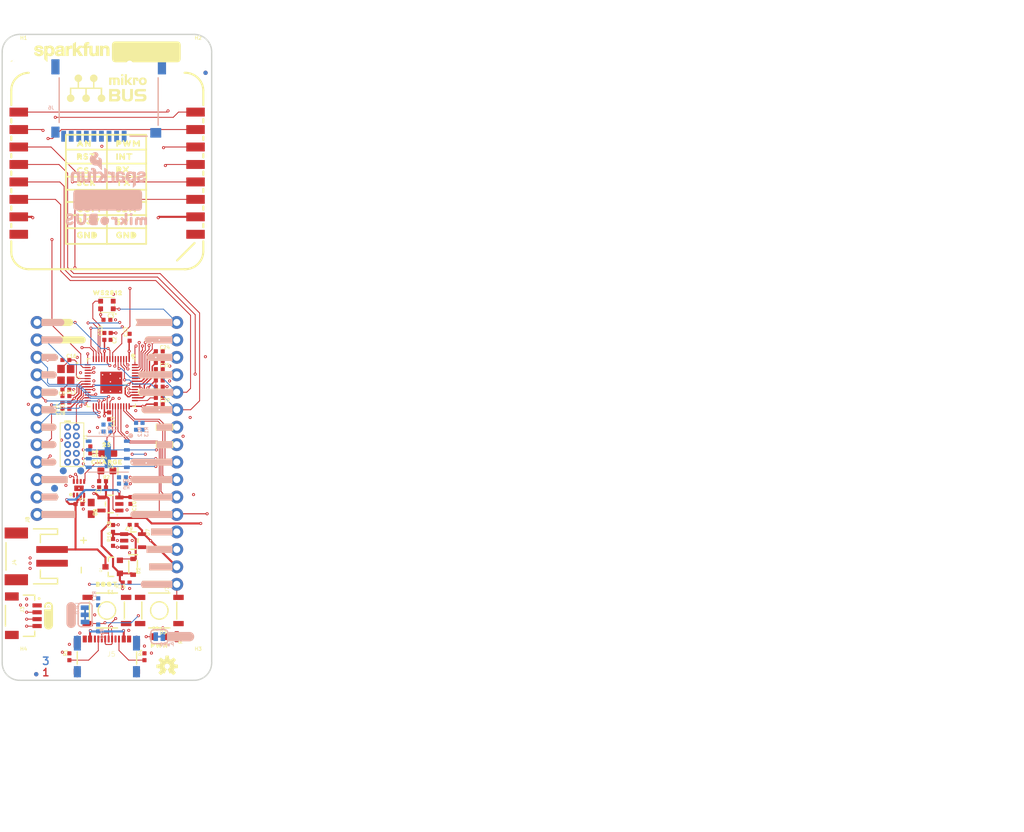
<source format=kicad_pcb>
(kicad_pcb (version 20211014) (generator pcbnew)
  (layers (0 "F.Cu" signal) (1 "In1.Cu" signal) (2 "In2.Cu" signal) (31 "B.Cu" signal) (34 "B.Paste" user) (35 "F.Paste" user) (36 "B.SilkS" user "B.Silkscreen") (37 "F.SilkS" user "F.Silkscreen") (38 "B.Mask" user) (39 "F.Mask" user) (44 "Edge.Cuts" user))
  (net 0 "")
  (net 1 "3.3V")
  (net 2 "GND")
  (net 3 "V_USB")
  (net 4 "N$9")
  (net 5 "N$14")
  (net 6 "V_BATT")
  (net 7 "N$17")
  (net 8 "N$1")
  (net 9 "SWDIO")
  (net 10 "EN")
  (net 11 "N$2")
  (net 12 "N$3")
  (net 13 "~{QSPI-CS}")
  (net 14 "QSPI-CLK")
  (net 15 "QSPI-0")
  (net 16 "QSPI-3")
  (net 17 "QSPI-1")
  (net 18 "QSPI-2")
  (net 19 "~{RESET}")
  (net 20 "SWDCK")
  (net 21 "SPI_SCK1/SDIO_CLK")
  (net 22 "SPI_CIPO1/SDIO_DAT0")
  (net 23 "SPI_COPI1/SDIO_CMD")
  (net 24 "SPI_~{CS1}/SDIO_DAT3")
  (net 25 "ADC3")
  (net 26 "ADC0")
  (net 27 "ADC1")
  (net 28 "LED_BUILTIN")
  (net 29 "SDIO_DAT1")
  (net 30 "SDIO_DAT2")
  (net 31 "USB_N")
  (net 32 "USB_P")
  (net 33 "N$4")
  (net 34 "N$5")
  (net 35 "N$6")
  (net 36 "USB_F_N")
  (net 37 "USB_F_P")
  (net 38 "1.1V")
  (net 39 "AVDD")
  (net 40 "ADC2")
  (net 41 "N$11")
  (net 42 "N$12")
  (net 43 "UART0_TX")
  (net 44 "UART0_RX")
  (net 45 "SPI0_SCK")
  (net 46 "SPI0_COPI")
  (net 47 "SPI0_CIPO")
  (net 48 "I2C1_SDA")
  (net 49 "I2C1_SCL/GPIO23")
  (net 50 "GPIO16")
  (net 51 "GPIO17")
  (net 52 "GPIO18")
  (net 53 "GPIO19")
  (net 54 "GPIO20")
  (net 55 "GPIO21")
  (net 56 "GPIO22")
  (net 57 "~{BATT_ALERT}")
  (net 58 "WS2812_DO")
  (net 59 "WS2812_DI")
  (net 60 "~{BOOT}")
  (net 61 "N$15")
  (net 62 "N$7")
  (net 63 "~{SPI0_CS}")
  (net 64 "N$10")
  (net 65 "GPIO13")
  (footprint "boardEagle:0402-TIGHT" (layer "F.Cu") (at 148.1201 101.9556 90)
    (fp_text reference "C23")
    (fp_text value "0.1uF")
  )
  (footprint "boardEagle:#26#ADC0_#0" (layer "F.Cu") (at 158.2801 127.8636)
    (fp_text reference "U$21" hide)
    (fp_text value "" hide)
  )
  (footprint "boardEagle:#1#RX_#0" (layer "F.Cu") (at 158.2801 105.0036)
    (fp_text reference "U$12" hide)
    (fp_text value "" hide)
  )
  (footprint "boardEagle:QWIIC_4MM" (layer "F.Cu") (at 139.9921 142.5956 -90)
    (fp_text reference "U$64" hide)
    (fp_text value "" hide)
  )
  (footprint "boardEagle:SOT23-5" (layer "F.Cu") (at 152.3111 131.6736 -90)
    (fp_text reference "U7")
    (fp_text value "3.3V")
  )
  (footprint "boardEagle:0402-TIGHT" (layer "F.Cu") (at 156.1211 106.7181)
    (fp_text reference "C25")
    (fp_text value "0.1uF")
  )
  (footprint "boardEagle:PWR0" (layer "F.Cu") (at 156.1211 146.9136)
    (fp_text reference "U$16" hide)
    (fp_text value "" hide)
  )
  (footprint "boardEagle:AN0" (layer "F.Cu") (at 143.4211 73.8886)
    (fp_text reference "U$29" hide)
    (fp_text value "" hide)
  )
  (footprint "boardEagle:FIDUCIAL-MICRO" (layer "F.Cu") (at 138.2141 151.1046)
    (fp_text reference "FD1" hide)
    (fp_text value "FIDUCIALUFIDUCIAL" hide)
  )
  (footprint "boardEagle:0402-TIGHT" (layer "F.Cu") (at 151.9301 125.8316 -90)
    (fp_text reference "C10")
    (fp_text value "4.7uF")
  )
  (footprint "boardEagle:JST04_1MM_RA" (layer "F.Cu") (at 138.3411 142.5956 -90)
    (fp_text reference "J3")
    (fp_text value "Qwiic")
  )
  (footprint "boardEagle:SOT23-5" (layer "F.Cu") (at 149.0091 126.3396 90)
    (fp_text reference "U3")
    (fp_text value "MCP73831")
  )
  (footprint "boardEagle:0402-TIGHT" (layer "F.Cu") (at 152.3111 129.3876 180)
    (fp_text reference "C9")
    (fp_text value "2.2uF")
  )
  (footprint "boardEagle:WS2812-2020" (layer "F.Cu") (at 148.5011 97.3836)
    (fp_text reference "D5" hide)
    (fp_text value "WS2812_2020" hide)
  )
  (footprint "boardEagle:#_SDA#6#0" (layer "F.Cu") (at 138.7221 99.9236)
    (fp_text reference "U$9" hide)
    (fp_text value "" hide)
  )
  (footprint "boardEagle:SFE_LOGO_NAME_.1" (layer "F.Cu") (at 143.4211 60.5536)
    (fp_text reference "LOGO2" hide)
    (fp_text value "SFE_LOGO_NAME.1_INCH" hide)
  )
  (footprint "boardEagle:#GND_#0" (layer "F.Cu") (at 158.2801 130.4036)
    (fp_text reference "U$25" hide)
    (fp_text value "" hide)
  )
  (footprint "boardEagle:0402-TIGHT" (layer "F.Cu") (at 151.8031 102.0826 90)
    (fp_text reference "C22")
    (fp_text value "0.1uF")
  )
  (footprint "boardEagle:5V0" (layer "F.Cu") (at 149.1361 85.3186)
    (fp_text reference "U$79" hide)
    (fp_text value "" hide)
  )
  (footprint "boardEagle:0402-TIGHT" (layer "F.Cu") (at 144.4371 126.3396)
    (fp_text reference "C1")
    (fp_text value "0.1uF")
  )
  (footprint "boardEagle:0402-TIGHT" (layer "F.Cu") (at 151.2951 137.7696 180)
    (fp_text reference "R15")
    (fp_text value "10k")
  )
  (footprint "boardEagle:2X5-PTH-1.27MM" (layer "F.Cu") (at 143.4211 117.7036 -90)
    (fp_text reference "J1")
    (fp_text value "SWD")
  )
  (footprint "boardEagle:COPI0" (layer "F.Cu") (at 143.4211 83.4136)
    (fp_text reference "U$75" hide)
    (fp_text value "" hide)
  )
  (footprint "boardEagle:CREATIVE_COMMONS" (layer "F.Cu") (at 197.3961 171.0436)
    (fp_text reference "FRAME1" hide)
    (fp_text value "FRAME-LEDGER" hide)
  )
  (footprint "boardEagle:CRYSTAL-SMD-2X2.5MM" (layer "F.Cu") (at 142.5321 107.5436 -90)
    (fp_text reference "Y2")
    (fp_text value "12MHz")
  )
  (footprint "boardEagle:LED-0603" (layer "F.Cu") (at 148.6281 118.9736 180)
    (fp_text reference "D4")
    (fp_text value "BLUE")
  )
  (footprint "boardEagle:#3#COPI_#0" (layer "F.Cu") (at 158.2801 110.0836)
    (fp_text reference "U$14" hide)
    (fp_text value "" hide)
  )
  (footprint "boardEagle:#_18#0" (layer "F.Cu") (at 138.7221 115.1636)
    (fp_text reference "U$3" hide)
    (fp_text value "" hide)
  )
  (footprint "boardEagle:250" (layer "F.Cu") (at 148.5011 117.7036)
    (fp_text reference "U$54" hide)
    (fp_text value "" hide)
  )
  (footprint "boardEagle:0402-TIGHT" (layer "F.Cu") (at 149.3901 131.9276 90)
    (fp_text reference "R16")
    (fp_text value "10k")
  )
  (footprint "boardEagle:#_VBATT#0" (layer "F.Cu") (at 138.7221 127.8636)
    (fp_text reference "U$24" hide)
    (fp_text value "" hide)
  )
  (footprint "boardEagle:1X12_NO_SILK" (layer "F.Cu") (at 138.3411 127.8636 90)
    (fp_text reference "J8")
    (fp_text value "")
  )
  (footprint "boardEagle:##RESET##0" (layer "F.Cu") (at 158.1531 138.0236)
    (fp_text reference "U$28" hide)
    (fp_text value "" hide)
  )
  (footprint "boardEagle:SDA0" (layer "F.Cu") (at 149.1361 83.4136)
    (fp_text reference "U$80" hide)
    (fp_text value "" hide)
  )
  (footprint "boardEagle:0402-TIGHT" (layer "F.Cu") (at 142.5321 109.7026 180)
    (fp_text reference "C5")
    (fp_text value "15pF")
  )
  (footprint "boardEagle:#_NC_#0" (layer "F.Cu") (at 155.3591 117.7036)
    (fp_text reference "U$48" hide)
    (fp_text value "" hide)
  )
  (footprint "boardEagle:TACTILE_SWITCH_SMD_5.2MM" (layer "F.Cu") (at 156.1211 141.8336 180)
    (fp_text reference "S2")
    (fp_text value "MOMENTARY-SWITCH-SPST-SMD-5.2MM-TALL")
  )
  (footprint "boardEagle:0402-TIGHT" (layer "F.Cu") (at 156.1211 110.8964)
    (fp_text reference "C28")
    (fp_text value "2.2uF")
  )
  (footprint "boardEagle:#_VUSB#0" (layer "F.Cu") (at 138.7221 122.7836)
    (fp_text reference "U$22" hide)
    (fp_text value "" hide)
  )
  (footprint "boardEagle:CHARGE0" (layer "F.Cu") (at 148.5011 120.2436)
    (fp_text reference "U$55" hide)
    (fp_text value "" hide)
  )
  (footprint "boardEagle:SCK0" (layer "F.Cu") (at 143.4211 79.6036)
    (fp_text reference "U$74" hide)
    (fp_text value "" hide)
  )
  (footprint "boardEagle:#28#ADC2_#0" (layer "F.Cu") (at 158.2801 122.7836)
    (fp_text reference "U$19" hide)
    (fp_text value "" hide)
  )
  (footprint "boardEagle:LED-0603" (layer "F.Cu") (at 156.1211 145.6436)
    (fp_text reference "D3")
    (fp_text value "RED")
  )
  (footprint "boardEagle:GND0" (layer "F.Cu") (at 149.1361 87.2236)
    (fp_text reference "U$78" hide)
    (fp_text value "" hide)
  )
  (footprint "boardEagle:QFN-56" (layer "F.Cu") (at 149.1361 108.6866 -90)
    (fp_text reference "U5")
    (fp_text value "RP2040")
  )
  (footprint "boardEagle:0402-TIGHT" (layer "F.Cu") (at 142.5321 112.4966 180)
    (fp_text reference "C26")
    (fp_text value "2.2uF")
  )
  (footprint "boardEagle:STAND-OFF" (layer "F.Cu") (at 161.2011 149.4536)
    (fp_text reference "H3")
    (fp_text value "STAND-OFF")
  )
  (footprint "boardEagle:JST-2-SMD" (layer "F.Cu") (at 136.8171 133.9596 90)
    (fp_text reference "J4")
    (fp_text value "")
  )
  (footprint "boardEagle:#2#SCK_#0" (layer "F.Cu") (at 158.2801 112.6236)
    (fp_text reference "U$15" hide)
    (fp_text value "" hide)
  )
  (footprint "boardEagle:SOD-323" (layer "F.Cu") (at 152.3111 135.4836 -90)
    (fp_text reference "D2")
    (fp_text value "1A/23V/620mV")
  )
  (footprint "boardEagle:0603" (layer "F.Cu") (at 146.2151 126.9746 -90)
    (fp_text reference "R6")
    (fp_text value "2.0k")
  )
  (footprint "boardEagle:0402-TIGHT" (layer "F.Cu") (at 149.3901 129.8956 90)
    (fp_text reference "C8")
    (fp_text value "1.0uF")
  )
  (footprint "boardEagle:#_SCL#7#23#0" (layer "F.Cu") (at 138.7221 102.4636)
    (fp_text reference "U$8" hide)
    (fp_text value "" hide)
  )
  (footprint "boardEagle:LED-0603" (layer "F.Cu") (at 148.5011 121.5136)
    (fp_text reference "D1")
    (fp_text value "Yellow")
  )
  (footprint "boardEagle:3#3V0" (layer "F.Cu") (at 143.4211 85.1916)
    (fp_text reference "U$76" hide)
    (fp_text value "" hide)
  )
  (footprint "boardEagle:0402-TIGHT" (layer "F.Cu") (at 142.5321 105.3846)
    (fp_text reference "C16")
    (fp_text value "15pF")
  )
  (footprint "boardEagle:PWM0" (layer "F.Cu") (at 149.1361 73.8886)
    (fp_text reference "U$85" hide)
    (fp_text value "" hide)
  )
  (footprint "boardEagle:USB-C-16P-4LAYER-ISOLATED" (layer "F.Cu") (at 148.5011 145.6436)
    (fp_text reference "J5")
    (fp_text value "USB C")
  )
  (footprint "boardEagle:SCL0" (layer "F.Cu") (at 149.1361 81.5086)
    (fp_text reference "U$81" hide)
    (fp_text value "" hide)
  )
  (footprint "boardEagle:#AREF_#0" (layer "F.Cu") (at 158.2801 132.9436)
    (fp_text reference "U$26" hide)
    (fp_text value "" hide)
  )
  (footprint "boardEagle:GND0" (layer "F.Cu") (at 143.4211 87.2236)
    (fp_text reference "U$77" hide)
    (fp_text value "" hide)
  )
  (footprint "boardEagle:0402-TIGHT" (layer "F.Cu") (at 158.6611 145.6436 -90)
    (fp_text reference "R8")
    (fp_text value "1k")
  )
  (footprint "boardEagle:0402-TIGHT" (layer "F.Cu") (at 142.5321 110.6297)
    (fp_text reference "R11")
    (fp_text value "1k")
  )
  (footprint "boardEagle:MIKROBUS_SMD_BLACK" (layer "F.Cu") (at 148.3741 78.2066)
    (fp_text reference "J9")
    (fp_text value "MIKROBUS_SMD_BLACK1")
  )
  (footprint "boardEagle:#_17#0" (layer "F.Cu") (at 138.7221 117.7036)
    (fp_text reference "U$2" hide)
    (fp_text value "" hide)
  )
  (footprint "boardEagle:RASPI_RP2040_LOGO_10MM" (layer "F.Cu") (at 154.2161 60.5536)
    (fp_text reference "U$73" hide)
    (fp_text value "RASPI_RP2040_LOGO_10MM" hide)
  )
  (footprint "boardEagle:0402-TIGHT" (layer "F.Cu") (at 142.5321 111.5695 180)
    (fp_text reference "C17")
    (fp_text value "0.1uF")
  )
  (footprint "boardEagle:RX0" (layer "F.Cu") (at 149.1361 77.6986)
    (fp_text reference "U$83" hide)
    (fp_text value "" hide)
  )
  (footprint "boardEagle:SOT23-3" (layer "F.Cu") (at 149.3901 135.4836 90)
    (fp_text reference "Q1")
    (fp_text value "20V/4.2A/52mΩ/1.4W")
  )
  (footprint "boardEagle:#_19#0" (layer "F.Cu") (at 138.7221 112.6236)
    (fp_text reference "U$4" hide)
    (fp_text value "" hide)
  )
  (footprint "boardEagle:#27#ADC1_#0" (layer "F.Cu") (at 158.2801 125.3236)
    (fp_text reference "U$20" hide)
    (fp_text value "" hide)
  )
  (footprint "boardEagle:STAND-OFF" (layer "F.Cu") (at 161.2011 60.5536)
    (fp_text reference "H2")
    (fp_text value "STAND-OFF")
  )
  (footprint "boardEagle:1X16_NO_SILK" (layer "F.Cu") (at 158.6611 138.0236 90)
    (fp_text reference "J7")
    (fp_text value "")
  )
  (footprint "boardEagle:0402-TIGHT" (layer "F.Cu") (at 148.5011 99.5426)
    (fp_text reference "C3")
    (fp_text value "0.1uF")
  )
  (footprint "boardEagle:0402-TIGHT" (layer "F.Cu") (at 156.1211 104.1146)
    (fp_text reference "C24")
    (fp_text value "0.1uF")
  )
  (footprint "boardEagle:0402-TIGHT" (layer "F.Cu") (at 156.1211 105.8037)
    (fp_text reference "C21")
    (fp_text value "0.1uF")
  )
  (footprint "boardEagle:#_21#0" (layer "F.Cu") (at 138.7221 107.5436)
    (fp_text reference "U$6" hide)
    (fp_text value "" hide)
  )
  (footprint "boardEagle:#_20#0" (layer "F.Cu") (at 138.7221 110.0836)
    (fp_text reference "U$5" hide)
    (fp_text value "" hide)
  )
  (footprint "boardEagle:TACTILE_SWITCH_SMD_5.2MM" (layer "F.Cu") (at 148.5011 141.8336)
    (fp_text reference "S1")
    (fp_text value "MOMENTARY-SWITCH-SPST-SMD-5.2MM-TALL")
  )
  (footprint "boardEagle:STAND-OFF" (layer "F.Cu") (at 135.8011 149.4536)
    (fp_text reference "H4")
    (fp_text value "STAND-OFF")
  )
  (footprint "boardEagle:#_NC_#0" (layer "F.Cu") (at 155.3591 115.1636)
    (fp_text reference "U$47" hide)
    (fp_text value "" hide)
  )
  (footprint "boardEagle:0402-TIGHT" (layer "F.Cu") (at 156.1211 108.3691)
    (fp_text reference "C18")
    (fp_text value "0.1uF")
  )
  (footprint "boardEagle:#_16#0" (layer "F.Cu") (at 138.7221 120.2436)
    (fp_text reference "U$1" hide)
    (fp_text value "" hide)
  )
  (footprint "boardEagle:FIDUCIAL-MICRO" (layer "F.Cu") (at 162.8521 63.6016)
    (fp_text reference "FD2" hide)
    (fp_text value "FIDUCIALUFIDUCIAL" hide)
  )
  (footprint "boardEagle:0402-TIGHT" (layer "F.Cu") (at 156.1211 111.8108)
    (fp_text reference "C20")
    (fp_text value "0.1uF")
  )
  (footprint "boardEagle:ORDERING_INSTRUCTIONS" (layer "F.Cu") (at 180.2511 94.8436)
    (fp_text reference "U$31" hide)
    (fp_text value "" hide)
  )
  (footprint "boardEagle:#3#3V_#0" (layer "F.Cu") (at 158.2801 135.4836)
    (fp_text reference "U$27" hide)
    (fp_text value "" hide)
  )
  (footprint "boardEagle:#29#ADC3_#0" (layer "F.Cu") (at 158.2801 120.2436)
    (fp_text reference "U$18" hide)
    (fp_text value "" hide)
  )
  (footprint "boardEagle:#_22#0" (layer "F.Cu") (at 138.7221 105.0036)
    (fp_text reference "U$7" hide)
    (fp_text value "" hide)
  )
  (footprint "boardEagle:#_EN#0" (layer "F.Cu") (at 138.7221 125.3236)
    (fp_text reference "U$23" hide)
    (fp_text value "" hide)
  )
  (footprint "boardEagle:0402-TIGHT" (layer "F.Cu") (at 156.1211 109.2835 180)
    (fp_text reference "R7")
    (fp_text value "200OHM-0402T-1/16W-1%")
  )
  (footprint "boardEagle:0402-TIGHT" (layer "F.Cu") (at 146.0881 118.4656 -90)
    (fp_text reference "R3")
    (fp_text value "1k")
  )
  (footprint "boardEagle:CS0" (layer "F.Cu") (at 143.4211 77.8256)
    (fp_text reference "U$45" hide)
    (fp_text value "" hide)
  )
  (footprint "boardEagle:0402-TIGHT" (layer "F.Cu") (at 148.8313 113.5126 -90)
    (fp_text reference "C27")
    (fp_text value "2.2uF")
  )
  (footprint "boardEagle:#4#CIPO_#0" (layer "F.Cu") (at 158.2801 107.5436)
    (fp_text reference "U$13" hide)
    (fp_text value "" hide)
  )
  (footprint "boardEagle:BOOT0" (layer "F.Cu") (at 148.5011 138.0236)
    (fp_text reference "U$56" hide)
    (fp_text value "" hide)
  )
  (footprint "boardEagle:#WS2812_#0" (layer "F.Cu") (at 158.2801 99.9236)
    (fp_text reference "U$10" hide)
    (fp_text value "" hide)
  )
  (footprint "boardEagle:0402-TIGHT" (layer "F.Cu") (at 147.8661 123.0122)
    (fp_text reference "R2")
    (fp_text value "1k")
  )
  (footprint "boardEagle:0402-TIGHT" (layer "F.Cu") (at 143.0401 148.5646 90)
    (fp_text reference "R1")
    (fp_text value "5.1k")
  )
  (footprint "boardEagle:#0#TX_#0" (layer "F.Cu") (at 158.2801 102.4636)
    (fp_text reference "U$11" hide)
    (fp_text value "" hide)
  )
  (footprint "boardEagle:RST0" (layer "F.Cu") (at 143.4211 75.7936)
    (fp_text reference "U$44" hide)
    (fp_text value "" hide)
  )
  (footprint "boardEagle:CIPO0" (layer "F.Cu") (at 143.4211 81.5086)
    (fp_text reference "U$60" hide)
    (fp_text value "" hide)
  )
  (footprint "boardEagle:DFN-8" (layer "F.Cu") (at 144.4371 124.0536)
    (fp_text reference "U2")
    (fp_text value "MAX17048")
  )
  (footprint "boardEagle:INT0" (layer "F.Cu") (at 149.1361 75.7936)
    (fp_text reference "U$84" hide)
    (fp_text value "" hide)
  )
  (footprint "boardEagle:STAND-OFF" (layer "F.Cu") (at 135.8011 60.5536)
    (fp_text reference "H1")
    (fp_text value "STAND-OFF")
  )
  (footprint "boardEagle:WS28120" (layer "F.Cu") (at 145.9611 95.6056)
    (fp_text reference "U$30" hide)
    (fp_text value "" hide)
  )
  (footprint "boardEagle:OSHW-LOGO-S" (layer "F.Cu") (at 157.2641 149.9616)
    (fp_text reference "LOGO1" hide)
    (fp_text value "OSHW-LOGOS" hide)
  )
  (footprint "boardEagle:0402-TIGHT" (layer "F.Cu") (at 149.0472 101.9556 -90)
    (fp_text reference "C2")
    (fp_text value "0.1uF")
  )
  (footprint "boardEagle:TX0" (layer "F.Cu") (at 149.1361 79.6036)
    (fp_text reference "U$82" hide)
    (fp_text value "" hide)
  )
  (footprint "boardEagle:0402-TIGHT" (layer "F.Cu") (at 147.8661 123.9266 180)
    (fp_text reference "C7")
    (fp_text value "4.7uF")
  )
  (footprint "boardEagle:0402-TIGHT" (layer "F.Cu") (at 153.9621 148.5646 90)
    (fp_text reference "R4")
    (fp_text value "5.1k")
  )
  (footprint "boardEagle:#_NC#0" (layer "B.Cu") (at 158.2801 117.7036 180)
    (fp_text reference "U$69" hide)
    (fp_text value "" hide)
  )
  (footprint "boardEagle:#17_#0" (layer "B.Cu") (at 138.7221 117.7036 180)
    (fp_text reference "U$63" hide)
    (fp_text value "" hide)
  )
  (footprint "boardEagle:#VBATT_#0" (layer "B.Cu") (at 138.7221 127.8636 180)
    (fp_text reference "U$68" hide)
    (fp_text value "" hide)
  )
  (footprint "boardEagle:#_AREF#0" (layer "B.Cu") (at 158.2801 132.9436 180)
    (fp_text reference "U$37" hide)
    (fp_text value "" hide)
  )
  (footprint "boardEagle:#22_#0" (layer "B.Cu") (at 138.7221 105.0036 180)
    (fp_text reference "U$57" hide)
    (fp_text value "" hide)
  )
  (footprint "boardEagle:0402-TIGHT" (layer "B.Cu") (at 150.7617 122.4534)
    (fp_text reference "R9")
    (fp_text value "10k")
  )
  (footprint "boardEagle:#SDA_#0" (layer "B.Cu") (at 138.7221 99.9236 180)
    (fp_text reference "U$34" hide)
    (fp_text value "" hide)
  )
  (footprint "boardEagle:#LED#0" (layer "B.Cu") (at 161.2011 145.6436 180)
    (fp_text reference "U$43" hide)
    (fp_text value "" hide)
  )
  (footprint "boardEagle:WSON-8-6X5-SKINNY_CENTERPAD" (layer "B.Cu") (at 148.6281 119.1006 180)
    (fp_text reference "U4")
    (fp_text value "W25QXX128MBIT")
  )
  (footprint "boardEagle:#_4#CIPO#0" (layer "B.Cu") (at 158.2801 107.5436 180)
    (fp_text reference "U$51" hide)
    (fp_text value "" hide)
  )
  (footprint "boardEagle:#_WS2812#0" (layer "B.Cu") (at 158.2801 99.9236 180)
    (fp_text reference "U$71" hide)
    (fp_text value "" hide)
  )
  (footprint "boardEagle:0402-TIGHT" (layer "B.Cu") (at 152.7429 115.0366 90)
    (fp_text reference "R12")
    (fp_text value "27")
  )
  (footprint "boardEagle:#I2C#0" (layer "B.Cu") (at 143.2941 144.3736 90)
    (fp_text reference "U$72" hide)
    (fp_text value "" hide)
  )
  (footprint "boardEagle:SFE_LOGO_NAME_FLAME_.1" (layer "B.Cu") (at 148.6281 78.8416 180)
    (fp_text reference "U$32" hide)
    (fp_text value "" hide)
  )
  (footprint "boardEagle:#16_#0" (layer "B.Cu") (at 138.7221 120.2436 180)
    (fp_text reference "U$65" hide)
    (fp_text value "" hide)
  )
  (footprint "boardEagle:#19_#0" (layer "B.Cu") (at 138.7221 112.6236 180)
    (fp_text reference "U$61" hide)
    (fp_text value "" hide)
  )
  (footprint "boardEagle:#SCL_#0" (layer "B.Cu") (at 138.7221 102.4636 180)
    (fp_text reference "U$33" hide)
    (fp_text value "" hide)
  )
  (footprint "boardEagle:MIKROBUS0" (layer "B.Cu") (at 155.6131 84.9376 180)
    (fp_text reference "U$88" hide)
    (fp_text value "" hide)
  )
  (footprint "boardEagle:#_1#RX#0" (layer "B.Cu") (at 158.2801 105.0036 180)
    (fp_text reference "U$52" hide)
    (fp_text value "" hide)
  )
  (footprint "boardEagle:#_#RESET##0" (layer "B.Cu") (at 158.2801 138.0236 180)
    (fp_text reference "U$35" hide)
    (fp_text value "" hide)
  )
  (footprint "boardEagle:#_0#TX#0" (layer "B.Cu") (at 158.2801 102.4636 180)
    (fp_text reference "U$53" hide)
    (fp_text value "" hide)
  )
  (footprint "boardEagle:PAD.03X.04" (layer "B.Cu") (at 144.6911 121.5136 180)
    (fp_text reference "TP3" hide)
    (fp_text value "TEST-POINT3X4" hide)
  )
  (footprint "boardEagle:#EN_#0" (layer "B.Cu") (at 138.7221 125.3236 180)
    (fp_text reference "U$67" hide)
    (fp_text value "" hide)
  )
  (footprint "boardEagle:#_26#ADC0#0" (layer "B.Cu") (at 158.2801 127.8636 180)
    (fp_text reference "U$39" hide)
    (fp_text value "" hide)
  )
  (footprint "boardEagle:SMT-JUMPER_2_NC_TRACE_SILK" (layer "B.Cu") (at 156.1211 145.6436)
    (fp_text reference "PWR0")
    (fp_text value "JUMPER-SMT_2_NC_TRACE_SILK")
  )
  (footprint "boardEagle:#_NC#0" (layer "B.Cu") (at 158.2801 115.1636 180)
    (fp_text reference "U$70" hide)
    (fp_text value "" hide)
  )
  (footprint "boardEagle:#_3#COPI#0" (layer "B.Cu") (at 158.4071 110.0836 180)
    (fp_text reference "U$50" hide)
    (fp_text value "" hide)
  )
  (footprint "boardEagle:#VUSB_#0" (layer "B.Cu") (at 138.7221 122.7836 180)
    (fp_text reference "U$66" hide)
    (fp_text value "" hide)
  )
  (footprint "boardEagle:PAD.03X.04" (layer "B.Cu") (at 140.8811 124.0536 180)
    (fp_text reference "TP1" hide)
    (fp_text value "TEST-POINT3X4" hide)
  )
  (footprint "boardEagle:RASPI_RP2040_LOGO_10MM" (layer "B.Cu") (at 148.6281 82.1436 180)
    (fp_text reference "U$17" hide)
    (fp_text value "RASPI_RP2040_LOGO_10MM" hide)
  )
  (footprint "boardEagle:MICROSD-EXTERNALPIN" (layer "B.Cu") (at 148.7551 62.3316)
    (fp_text reference "J6")
    (fp_text value "microSD")
  )
  (footprint "boardEagle:0402-TIGHT" (layer "B.Cu") (at 148.5011 114.7826)
    (fp_text reference "C29")
    (fp_text value "0.1uF")
  )
  (footprint "boardEagle:0402-TIGHT" (layer "B.Cu") (at 153.6827 115.0366 90)
    (fp_text reference "R13")
    (fp_text value "27")
  )
  (footprint "boardEagle:FIDUCIAL-MICRO" (layer "B.Cu") (at 162.8521 63.6016 180)
    (fp_text reference "FD4" hide)
    (fp_text value "FIDUCIALUFIDUCIAL" hide)
  )
  (footprint "boardEagle:#_3#3V#0" (layer "B.Cu") (at 158.2801 135.4836 180)
    (fp_text reference "U$36" hide)
    (fp_text value "" hide)
  )
  (footprint "boardEagle:0402-TIGHT" (layer "B.Cu") (at 147.2311 140.5636 -90)
    (fp_text reference "R17")
    (fp_text value "2.2k")
  )
  (footprint "boardEagle:SMT-JUMPER_3_2-NC_TRACE_SILK" (layer "B.Cu") (at 145.3261 142.4686 -90)
    (fp_text reference "I2C0")
    (fp_text value "JUMPER-SMT_3_2-NC_TRACE_SILK" hide)
  )
  (footprint "boardEagle:0402-TIGHT" (layer "B.Cu") (at 148.5011 115.7986)
    (fp_text reference "C4")
    (fp_text value "2.2uF")
  )
  (footprint "boardEagle:#18_#0" (layer "B.Cu") (at 138.7221 115.1636 180)
    (fp_text reference "U$62" hide)
    (fp_text value "" hide)
  )
  (footprint "boardEagle:#_GND#0" (layer "B.Cu") (at 158.2801 130.4036 180)
    (fp_text reference "U$38" hide)
    (fp_text value "" hide)
  )
  (footprint "boardEagle:0402-TIGHT" (layer "B.Cu") (at 147.2311 144.3736 90)
    (fp_text reference "R10")
    (fp_text value "2.2k")
  )
  (footprint "boardEagle:#20_#0" (layer "B.Cu") (at 138.7221 110.0836 180)
    (fp_text reference "U$59" hide)
    (fp_text value "" hide)
  )
  (footprint "boardEagle:0402-TIGHT" (layer "B.Cu") (at 150.7617 123.3805)
    (fp_text reference "R5")
    (fp_text value "1k")
  )
  (footprint "boardEagle:PAD.03X.04" (layer "B.Cu") (at 142.1511 121.5136 180)
    (fp_text reference "TP2" hide)
    (fp_text value "TEST-POINT3X4" hide)
  )
  (footprint "boardEagle:#21_#0" (layer "B.Cu") (at 138.7221 107.5436 180)
    (fp_text reference "U$58" hide)
    (fp_text value "" hide)
  )
  (footprint "boardEagle:FIDUCIAL-MICRO" (layer "B.Cu") (at 138.2141 151.1046 180)
    (fp_text reference "FD3" hide)
    (fp_text value "FIDUCIALUFIDUCIAL" hide)
  )
  (footprint "boardEagle:#_2#SCK#0" (layer "B.Cu") (at 158.2801 112.6236 180)
    (fp_text reference "U$49" hide)
    (fp_text value "" hide)
  )
  (footprint "boardEagle:#_29#ADC3#0" (layer "B.Cu") (at 158.2801 120.2436 180)
    (fp_text reference "U$42" hide)
    (fp_text value "" hide)
  )
  (footprint "boardEagle:#_28#ADC2#0" (layer "B.Cu") (at 158.2801 122.7836 180)
    (fp_text reference "U$41" hide)
    (fp_text value "" hide)
  )
  (footprint "boardEagle:#_27#ADC1#0" (layer "B.Cu") (at 158.2801 125.3236 180)
    (fp_text reference "U$40" hide)
    (fp_text value "" hide)
  )
  (gr_line (start 142.5321 82.3976) (end 154.2161 82.3976) (layer "F.SilkS") (width 0.254))
  (gr_line (start 148.5011 88.4936) (end 148.5011 74.7776) (layer "F.SilkS") (width 0.254))
  (gr_line (start 154.2161 82.3976) (end 154.2161 80.6196) (layer "F.SilkS") (width 0.254))
  (gr_line (start 154.2161 82.3976) (end 154.2161 84.3026) (layer "F.SilkS") (width 0.254))
  (gr_line (start 154.2161 74.7776) (end 154.2161 72.6186) (layer "F.SilkS") (width 0.254))
  (gr_line (start 142.5321 74.7776) (end 148.5011 74.7776) (layer "F.SilkS") (width 0.254))
  (gr_line (start 142.5321 74.7776) (end 142.5321 76.8096) (layer "F.SilkS") (width 0.254))
  (gr_line (start 142.5321 84.3026) (end 142.5321 86.2076) (layer "F.SilkS") (width 0.254))
  (gr_line (start 154.2161 78.7146) (end 154.2161 76.8096) (layer "F.SilkS") (width 0.254))
  (gr_line (start 142.5321 88.4936) (end 148.5011 88.4936) (layer "F.SilkS") (width 0.254))
  (gr_line (start 154.2161 72.6186) (end 148.5011 72.6186) (layer "F.SilkS") (width 0.254))
  (gr_line (start 142.5321 82.3976) (end 142.5321 84.3026) (layer "F.SilkS") (width 0.254))
  (gr_line (start 142.5321 76.8096) (end 142.5321 78.7146) (layer "F.SilkS") (width 0.254))
  (gr_line (start 148.5011 72.6186) (end 142.5321 72.6186) (layer "F.SilkS") (width 0.254))
  (gr_line (start 142.5321 72.6186) (end 142.5321 74.7776) (layer "F.SilkS") (width 0.254))
  (gr_line (start 154.2161 76.8096) (end 142.5321 76.8096) (layer "F.SilkS") (width 0.254))
  (gr_line (start 142.5321 86.2076) (end 154.2161 86.2076) (layer "F.SilkS") (width 0.254))
  (gr_line (start 142.5321 78.7146) (end 142.5321 80.6196) (layer "F.SilkS") (width 0.254))
  (gr_line (start 142.5321 86.2076) (end 142.5321 88.4936) (layer "F.SilkS") (width 0.254))
  (gr_line (start 154.2161 88.4936) (end 154.2161 84.3026) (layer "F.SilkS") (width 0.254))
  (gr_line (start 142.5321 78.7146) (end 154.2161 78.7146) (layer "F.SilkS") (width 0.254))
  (gr_line (start 148.5011 88.4936) (end 154.2161 88.4936) (layer "F.SilkS") (width 0.254))
  (gr_line (start 154.2161 78.7146) (end 154.2161 80.6196) (layer "F.SilkS") (width 0.254))
  (gr_line (start 148.5011 74.7776) (end 154.2161 74.7776) (layer "F.SilkS") (width 0.254))
  (gr_line (start 148.5011 74.7776) (end 148.5011 72.6186) (layer "F.SilkS") (width 0.254))
  (gr_line (start 142.5321 80.6196) (end 142.5321 82.3976) (layer "F.SilkS") (width 0.254))
  (gr_line (start 154.2161 80.6196) (end 142.5321 80.6196) (layer "F.SilkS") (width 0.254))
  (gr_line (start 154.2161 84.3026) (end 142.5321 84.3026) (layer "F.SilkS") (width 0.254))
  (gr_line (start 154.2161 76.8096) (end 154.2161 74.7776) (layer "F.SilkS") (width 0.254))
  (gr_line (start 135.8011 58.0136) (end 161.2011 58.0136) (layer "Edge.Cuts") (width 0.2032))
  (gr_line (start 163.7411 60.5536) (end 163.7411 149.4536) (layer "Edge.Cuts") (width 0.2032))
  (gr_arc (start 161.2011 58.0136) (mid 162.997151 58.757549) (end 163.7411 60.5536) (layer "Edge.Cuts") (width 0.2032))
  (gr_arc (start 163.7411 149.4536) (mid 162.997151 151.249651) (end 161.2011 151.9936) (layer "Edge.Cuts") (width 0.2032))
  (gr_line (start 133.2611 149.4536) (end 133.2611 60.5536) (layer "Edge.Cuts") (width 0.2032))
  (gr_arc (start 133.2611 60.5536) (mid 134.005049 58.757549) (end 135.8011 58.0136) (layer "Edge.Cuts") (width 0.2032))
  (gr_line (start 161.2011 151.9936) (end 135.8011 151.9936) (layer "Edge.Cuts") (width 0.2032))
  (gr_arc (start 135.8011 151.9936) (mid 134.005049 151.249651) (end 133.2611 149.4536) (layer "Edge.Cuts") (width 0.2032))
  (gr_text "1" (at 138.9761 151.4856) (layer "F.Cu") (effects (font (size 1.0795 1.0795) (thickness 0.1905)) (justify left bottom)))
  (gr_text "3" (at 138.9761 149.8346) (layer "B.Cu") (effects (font (size 1.0795 1.0795) (thickness 0.1905)) (justify left bottom)))
  (gr_text "+" (at 144.3101 132.1816) (layer "F.SilkS") (effects (font (size 1.0795 1.0795) (thickness 0.1905)) (justify left bottom)))
  (gr_text "-" (at 145.3261 136.7536 90) (layer "F.SilkS") (effects (font (size 1.0795 1.0795) (thickness 0.1905)) (justify left bottom)))
  (segment (start 148.1361 113.0126) (end 148.1361 113.5126) (width 0.2032) (layer "F.Cu") (net 1))
  (segment (start 154.4447 109.474) (end 154.4574 109.4613) (width 0.2032) (layer "F.Cu") (net 1))
  (segment (start 151.7361 102.6496) (end 151.7361 104.1146) (width 0.2032) (layer "F.Cu") (net 1))
  (segment (start 155.6131 105.802813) (end 155.6131 105.7957) (width 0.2032) (layer "F.Cu") (net 1))
  (segment (start 152.5726 109.2866) (end 153.2576 109.2866) (width 0.2032) (layer "F.Cu") (net 1))
  (segment (start 154.4447 110.138013) (end 154.4447 109.474) (width 0.2032) (layer "F.Cu") (net 1))
  (segment (start 153.9011 130.7236) (end 153.6112 130.7236) (width 0.127) (layer "F.Cu") (net 1))
  (segment (start 155.0925 106.323413) (end 155.6131 105.802813) (width 0.2032) (layer "F.Cu") (net 1))
  (segment (start 152.5726 108.8866) (end 153.2763 108.8866) (width 0.2032) (layer "F.Cu") (net 1))
  (segment (start 153.9546 112.1231) (end 154.2669 111.8108) (width 0.2032) (layer "F.Cu") (net 1))
  (segment (start 148.1455 104.1146) (end 148.1455 105.2407) (width 0.2032) (layer "F.Cu") (net 1))
  (segment (start 136.8251 142.0956) (end 136.8171 142.0876) (width 0.127) (layer "F.Cu") (net 1))
  (segment (start 144.4371 109.3216) (end 144.8721 108.8866) (width 0.2032) (layer "F.Cu") (net 1))
  (segment (start 153.6112 130.1877) (end 152.8111 129.3876) (width 0.3048) (layer "F.Cu") (net 1))
  (segment (start 147.5861 98.7806) (end 147.5861 99.1276) (width 0.127) (layer "F.Cu") (net 1))
  (segment (start 155.0925 107.4292) (end 153.6351 108.8866) (width 0.2032) (layer "F.Cu") (net 1))
  (segment (start 155.5496 108.3691) (end 154.4574 109.4613) (width 0.2032) (layer "F.Cu") (net 1))
  (segment (start 155.6211 108.3691) (end 155.5496 108.3691) (width 0.2032) (layer "F.Cu") (net 1))
  (segment (start 143.0321 111.5695) (end 143.1036 111.5695) (width 0.127) (layer "F.Cu") (net 1))
  (segment (start 148.1455 102.481) (end 148.1455 104.1146) (width 0.2032) (layer "F.Cu") (net 1))
  (segment (start 148.8313 113.0126) (end 148.1361 113.0126) (width 0.2032) (layer "F.Cu") (net 1))
  (segment (start 149.8045 101.4556) (end 149.8092 101.4603) (width 0.127) (layer "F.Cu") (net 1))
  (segment (start 153.6112 130.7236) (end 153.6112 130.1877) (width 0.3048) (layer "F.Cu") (net 1))
  (segment (start 138.3411 142.0956) (end 136.8251 142.0956) (width 0.127) (layer "F.Cu") (net 1))
  (segment (start 154.8511 131.6736) (end 153.9011 130.7236) (width 0.3048) (layer "F.Cu") (net 1))
  (segment (start 143.7005 110.9726) (end 143.1036 111.5695) (width 0.2032) (layer "F.Cu") (net 1))
  (segment (start 153.2576 109.2866) (end 153.2763 109.2679) (width 0.2032) (layer "F.Cu") (net 1))
  (segment (start 153.696112 110.8866) (end 154.4447 110.138013) (width 0.2032) (layer "F.Cu") (net 1))
  (segment (start 151.7361 105.2501) (end 151.7361 104.1146) (width 0.2032) (layer "F.Cu") (net 1))
  (segment (start 151.7361 112.1231) (end 153.7081 112.1231) (width 0.2032) (layer "F.Cu") (net 1))
  (segment (start 153.7081 112.1231) (end 153.9546 112.1231) (width 0.2032) (layer "F.Cu") (net 1))
  (segment (start 154.2669 111.8108) (end 155.6211 111.8108) (width 0.2032) (layer "F.Cu") (net 1))
  (segment (start 155.6131 105.7957) (end 155.6131 105.0127) (width 0.2032) (layer "F.Cu") (net 1))
  (segment (start 144.4371 110.2868) (end 143.7513 110.9726) (width 0.2032) (layer "F.Cu") (net 1))
  (segment (start 137.5791 84.5566) (end 137.7061 84.6836) (width 0.3048) (layer "F.Cu") (net 1))
  (segment (start 155.6211 108.3691) (end 155.6211 109.2835) (width 0.127) (layer "F.Cu") (net 1))
  (segment (start 149.0472 101.4556) (end 149.8045 101.4556) (width 0.2032) (layer "F.Cu") (net 1))
  (segment (start 158.6611 135.4836) (end 154.8511 131.6736) (width 0.3048) (layer "F.Cu") (net 1))
  (segment (start 151.8031 102.5826) (end 151.7361 102.6496) (width 0.127) (layer "F.Cu") (net 1))
  (segment (start 155.0925 106.323413) (end 155.0925 107.4292) (width 0.2032) (layer "F.Cu") (net 1))
  (segment (start 153.2576 109.2866) (end 153.4704 109.4994) (width 0.2032) (layer "F.Cu") (net 1))
  (segment (start 144.8721 108.8866) (end 145.6996 108.8866) (width 0.2032) (layer "F.Cu") (net 1))
  (segment (start 148.1361 105.2501) (end 148.1455 105.2407) (width 0.2032) (layer "F.Cu") (net 1))
  (segment (start 152.5726 110.8866) (end 153.696112 110.8866) (width 0.2032) (layer "F.Cu") (net 1))
  (segment (start 153.2763 108.8866) (end 153.6351 108.8866) (width 0.2032) (layer "F.Cu") (net 1))
  (segment (start 148.1361 112.1231) (end 148.1361 113.0126) (width 0.2032) (layer "F.Cu") (net 1))
  (segment (start 153.2763 109.2679) (end 153.2763 108.8866) (width 0.2032) (layer "F.Cu") (net 1))
  (segment (start 148.1201 102.4556) (end 148.1455 102.481) (width 0.2032) (layer "F.Cu") (net 1))
  (segment (start 137.5791 84.5566) (end 135.6741 84.5566) (width 0.3048) (layer "F.Cu") (net 1))
  (segment (start 143.7005 110.9726) (end 143.7513 110.9726) (width 0.2032) (layer "F.Cu") (net 1))
  (segment (start 155.6211 105.8037) (end 155.6131 105.7957) (width 0.2032) (layer "F.Cu") (net 1))
  (segment (start 147.5861 97.9336) (end 147.5861 98.7806) (width 0.127) (layer "F.Cu") (net 1))
  (segment (start 147.5861 99.1276) (end 148.0011 99.5426) (width 0.127) (layer "F.Cu") (net 1))
  (segment (start 144.4371 110.2868) (end 144.4371 109.3216) (width 0.2032) (layer "F.Cu") (net 1))
  (via blind (at 154.4574 109.4613) (size 0.45) (drill 0.2) (layers "F.Cu" "In1.Cu") (net 1))
  (via blind (at 154.8511 131.6736) (size 0.45) (drill 0.2) (layers "F.Cu" "In1.Cu") (net 1))
  (via blind (at 147.7611 74.2936) (size 0.45) (drill 0.2) (layers "F.Cu" "In1.Cu") (net 1))
  (via blind (at 151.7361 104.1146) (size 0.45) (drill 0.2) (layers "F.Cu" "In1.Cu") (net 1))
  (via blind (at 137.7061 84.6836) (size 0.45) (drill 0.2) (layers "F.Cu" "In1.Cu") (net 1))
  (via blind (at 149.8092 101.4603) (size 0.45) (drill 0.2) (layers "F.Cu" "In1.Cu") (net 1))
  (via blind (at 153.7081 112.1231) (size 0.45) (drill 0.2) (layers "F.Cu" "In1.Cu") (net 1))
  (via blind (at 148.1455 104.1146) (size 0.45) (drill 0.2) (layers "F.Cu" "In1.Cu") (net 1))
  (via blind (at 148.1361 113.5126) (size 0.45) (drill 0.2) (layers "F.Cu" "In1.Cu") (net 1))
  (via blind (at 151.9047 122.4534) (size 0.45) (drill 0.2) (layers "F.Cu" "In1.Cu") (net 1))
  (via blind (at 143.7513 110.9726) (size 0.45) (drill 0.2) (layers "F.Cu" "In1.Cu") (net 1))
  (via blind (at 155.6131 105.0127) (size 0.45) (drill 0.2) (layers "F.Cu" "In1.Cu") (net 1))
  (via blind (at 145.9611 115.7986) (size 0.45) (drill 0.2) (layers "F.Cu" "In1.Cu") (net 1))
  (via blind (at 136.8171 142.0876) (size 0.45) (drill 0.2) (layers "F.Cu" "In1.Cu") (net 1))
  (via blind (at 146.7231 142.4686) (size 0.45) (drill 0.2) (layers "F.Cu" "In1.Cu") (net 1))
  (via blind (at 153.4704 109.4994) (size 0.45) (drill 0.2) (layers "F.Cu" "In1.Cu") (net 1))
  (via blind (at 147.5861 98.7806) (size 0.45) (drill 0.2) (layers "F.Cu" "In1.Cu") (net 1))
  (via blind (at 156.6418 144.3736) (size 0.45) (drill 0.2) (layers "F.Cu" "In1.Cu") (net 1))
  (segment (start 149.3901 129.3956) (end 150.1187 129.3956) (width 0.1016) (layer "F.Cu") (net 2))
  (segment (start 145.1871 125.0436) (end 145.1871 126.0896) (width 0.254) (layer "F.Cu") (net 2))
  (segment (start 145.1871 126.0896) (end 144.9371 126.3396) (width 0.254) (layer "F.Cu") (net 2))
  (segment (start 150.1187 129.3956) (end 150.1521 129.3622) (width 0.1016) (layer "F.Cu") (net 2))
  (via blind (at 151.4221 115.0112) (size 0.45) (drill 0.2) (layers "F.Cu" "In1.Cu") (net 2))
  (via blind (at 151.4221 127.2032) (size 0.45) (drill 0.2) (layers "F.Cu" "In1.Cu") (net 2))
  (via blind (at 149.4569 95.8248) (size 0.45) (drill 0.2) (layers "F.Cu" "In1.Cu") (net 2))
  (via blind (at 144.1831 105.0036) (size 0.45) (drill 0.2) (layers "F.Cu" "In1.Cu") (net 2))
  (via blind (at 159.5851 116.4812) (size 0.45) (drill 0.2) (layers "F.Cu" "In1.Cu") (net 2))
  (via blind (at 144.4371 124.0536) (size 0.45) (drill 0.2) (layers "F.Cu" "In1.Cu") (net 2))
  (via blind (at 137.3251 134.1882) (size 0.45) (drill 0.2) (layers "F.Cu" "In1.Cu") (net 2))
  (via blind (at 142.5321 123.6266) (size 0.45) (drill 0.2) (layers "F.Cu" "In1.Cu") (net 2))
  (via blind (at 149.0091 108.5596) (size 0.45) (drill 0.2) (layers "F.Cu" "In1.Cu") (net 2))
  (via blind (at 147.8661 109.9566) (size 0.45) (drill 0.2) (layers "F.Cu" "In1.Cu") (net 2))
  (via blind (at 149.7489 99.5426) (size 0.45) (drill 0.2) (layers "F.Cu" "In1.Cu") (net 2))
  (via blind (at 142.0241 147.9042) (size 0.45) (drill 0.2) (layers "F.Cu" "In1.Cu") (net 2))
  (via blind (at 151.8031 138.6332) (size 0.45) (drill 0.2) (layers "F.Cu" "In1.Cu") (net 2))
  (via blind (at 136.8171 140.1572) (size 0.45) (drill 0.2) (layers "F.Cu" "In1.Cu") (net 2))
  (via blind (at 160.6137 113.7528) (size 0.45) (drill 0.2) (layers "F.Cu" "In1.Cu") (net 2))
  (via blind (at 153.9621 147.0152) (size 0.45) (drill 0.2) (layers "F.Cu" "In1.Cu") (net 2))
  (via blind (at 151.6761 144.7292) (size 0.45) (drill 0.2) (layers "F.Cu" "In1.Cu") (net 2))
  (via blind (at 145.0721 127.0762) (size 0.45) (drill 0.2) (layers "F.Cu" "In1.Cu") (net 2))
  (via blind (at 151.8031 133.4262) (size 0.45) (drill 0.2) (layers "F.Cu" "In1.Cu") (net 2))
  (via blind (at 150.1521 129.3622) (size 0.45) (drill 0.2) (layers "F.Cu" "In1.Cu") (net 2))
  (via blind (at 152.1841 131.6482) (size 0.45) (drill 0.2) (layers "F.Cu" "In1.Cu") (net 2))
  (via blind (at 146.5961 108.4326) (size 0.45) (drill 0.2) (layers "F.Cu" "In1.Cu") (net 2))
  (via blind (at 143.6751 109.7026) (size 0.45) (drill 0.2) (layers "F.Cu" "In1.Cu") (net 2))
  (via blind (at 146.4691 123.7996) (size 0.45) (drill 0.2) (layers "F.Cu" "In1.Cu") (net 2))
  (via blind (at 147.8661 107.5436) (size 0.45) (drill 0.2) (layers "F.Cu" "In1.Cu") (net 2))
  (via blind (at 156.1211 112.6236) (size 0.45) (drill 0.2) (layers "F.Cu" "In1.Cu") (net 2))
  (via blind (at 144.6657 107.2388) (size 0.45) (drill 0.2) (layers "F.Cu" "In1.Cu") (net 2))
  (via blind (at 149.0091 109.9566) (size 0.45) (drill 0.2) (layers "F.Cu" "In1.Cu") (net 2))
  (via blind (at 139.8651 105.3846) (size 0.45) (drill 0.2) (layers "F.Cu" "In1.Cu") (net 2))
  (via blind (at 150.0251 131.6482) (size 0.45) (drill 0.2) (layers "F.Cu" "In1.Cu") (net 2))
  (via blind (at 150.4061 108.0516) (size 0.45) (drill 0.2) (layers "F.Cu" "In1.Cu") (net 2))
  (via blind (at 137.0711 111.8362) (size 0.45) (drill 0.2) (layers "F.Cu" "In1.Cu") (net 2))
  (via blind (at 141.8971 117.0432) (size 0.45) (drill 0.2) (layers "F.Cu" "In1.Cu") (net 2))
  (via blind (at 157.6181 108.4342) (size 0.45) (drill 0.2) (layers "F.Cu" "In1.Cu") (net 2))
  (via blind (at 152.6921 112.7506) (size 0.45) (drill 0.2) (layers "F.Cu" "In1.Cu") (net 2))
  (via blind (at 136.8171 141.0462) (size 0.45) (drill 0.2) (layers "F.Cu" "In1.Cu") (net 2))
  (via blind (at 154.9781 148.0312) (size 0.45) (drill 0.2) (layers "F.Cu" "In1.Cu") (net 2))
  (via blind (at 161.1027 124.971) (size 0.45) (drill 0.2) (layers "F.Cu" "In1.Cu") (net 2))
  (via blind (at 137.3251 134.9502) (size 0.45) (drill 0.2) (layers "F.Cu" "In1.Cu") (net 2))
  (via blind (at 137.3251 135.7122) (size 0.45) (drill 0.2) (layers "F.Cu" "In1.Cu") (net 2))
  (via blind (at 149.0091 107.4166) (size 0.45) (drill 0.2) (layers "F.Cu" "In1.Cu") (net 2))
  (via blind (at 156.1211 102.4636) (size 0.45) (drill 0.2) (layers "F.Cu" "In1.Cu") (net 2))
  (via blind (at 147.1295 115.2144) (size 0.45) (drill 0.2) (layers "F.Cu" "In1.Cu") (net 2))
  (via blind (at 135.9281 141.0462) (size 0.45) (drill 0.2) (layers "F.Cu" "In1.Cu") (net 2))
  (via blind (at 150.2791 110.9726) (size 0.45) (drill 0.2) (layers "F.Cu" "In1.Cu") (net 2))
  (via blind (at 157.6451 106.2736) (size 0.45) (drill 0.2) (layers "F.Cu" "In1.Cu") (net 2))
  (via blind (at 150.4061 109.9566) (size 0.45) (drill 0.2) (layers "F.Cu" "In1.Cu") (net 2))
  (via blind (at 143.0401 146.7612) (size 0.45) (drill 0.2) (layers "F.Cu" "In1.Cu") (net 2))
  (via blind (at 144.5641 145.1102) (size 0.45) (drill 0.2) (layers "F.Cu" "In1.Cu") (net 2))
  (segment (start 150.3901 136.4336) (end 149.3901 135.4336) (width 0.3048) (layer "F.Cu") (net 3))
  (segment (start 146.0511 144.7916) (end 146.0881 144.7546) (width 0.3048) (layer "F.Cu") (net 3))
  (segment (start 150.7951 137.7696) (end 150.7101 137.7696) (width 0.3048) (layer "F.Cu") (net 3))
  (segment (start 146.0511 145.9836) (end 146.0511 144.7916) (width 0.3048) (layer "F.Cu") (net 3))
  (segment (start 152.1111 136.4336) (end 152.3111 136.6336) (width 0.3048) (layer "F.Cu") (net 3))
  (segment (start 148.3661 123.9266) (end 148.3661 123.0122) (width 0.3048) (layer "F.Cu") (net 3))
  (segment (start 147.709 125.3896) (end 147.455 125.3896) (width 0.254) (layer "F.Cu") (net 3))
  (segment (start 148.7551 129.2606) (end 148.7551 128.3716) (width 0.3048) (layer "F.Cu") (net 3))
  (segment (start 154.2161 128.3716) (end 148.7551 128.3716) (width 0.3048) (layer "F.Cu") (net 3))
  (segment (start 150.7101 137.7696) (end 150.3901 137.4496) (width 0.3048) (layer "F.Cu") (net 3))
  (segment (start 162.1451 129.1716) (end 155.0161 129.1716) (width 0.3048) (layer "F.Cu") (net 3))
  (segment (start 147.709 125.3896) (end 148.3741 125.3896) (width 0.3048) (layer "F.Cu") (net 3))
  (segment (start 148.3661 125.3816) (end 148.3741 125.3896) (width 0.3048) (layer "F.Cu") (net 3))
  (segment (start 150.3901 137.4496) (end 150.3901 136.4336) (width 0.3048) (layer "F.Cu") (net 3))
  (segment (start 150.9511 144.7916) (end 150.9141 144.7546) (width 0.254) (layer "F.Cu") (net 3))
  (segment (start 155.966 84.6836) (end 156.093 84.5566) (width 0.3048) (layer "F.Cu") (net 3))
  (segment (start 150.9511 145.9836) (end 150.9511 144.7916) (width 0.3048) (layer "F.Cu") (net 3))
  (segment (start 150.7871 138.6586) (end 150.7871 137.7776) (width 0.3048) (layer "F.Cu") (net 3))
  (segment (start 149.3901 134.0866) (end 147.7391 132.4356) (width 0.3048) (layer "F.Cu") (net 3))
  (segment (start 148.7551 125.5776) (end 148.5671 125.3896) (width 0.3048) (layer "F.Cu") (net 3))
  (segment (start 149.3901 135.4336) (end 149.3901 134.0866) (width 0.3048) (layer "F.Cu") (net 3))
  (segment (start 161.3941 84.5566) (end 156.093 84.5566) (width 0.3048) (layer "F.Cu") (net 3))
  (segment (start 146.881 124.8156) (end 146.5961 124.8156) (width 0.3048) (layer "F.Cu") (net 3))
  (segment (start 148.3661 123.9266) (end 148.3661 125.3816) (width 0.3048) (layer "F.Cu") (net 3))
  (segment (start 148.7551 129.2606) (end 147.7391 130.2766) (width 0.3048) (layer "F.Cu") (net 3))
  (segment (start 150.3901 136.4336) (end 152.1111 136.4336) (width 0.3048) (layer "F.Cu") (net 3))
  (segment (start 155.0161 129.1716) (end 154.2161 128.3716) (width 0.3048) (layer "F.Cu") (net 3))
  (segment (start 147.7391 132.4356) (end 147.7391 130.2766) (width 0.3048) (layer "F.Cu") (net 3))
  (segment (start 150.7871 137.7776) (end 150.7951 137.7696) (width 0.254) (layer "F.Cu") (net 3))
  (segment (start 148.7551 128.3716) (end 148.7551 125.5776) (width 0.3048) (layer "F.Cu") (net 3))
  (segment (start 147.455 125.3896) (end 146.881 124.8156) (width 0.3048) (layer "F.Cu") (net 3))
  (segment (start 148.3741 125.3896) (end 148.5671 125.3896) (width 0.3048) (layer "F.Cu") (net 3))
  (via blind (at 150.7871 138.6586) (size 0.45) (drill 0.2) (layers "F.Cu" "In1.Cu") (net 3))
  (via blind (at 162.1451 129.1716) (size 0.45) (drill 0.2) (layers "F.Cu" "In1.Cu") (net 3))
  (via blind (at 155.966 84.6836) (size 0.45) (drill 0.2) (layers "F.Cu" "In1.Cu") (net 3))
  (via blind (at 150.9141 144.7546) (size 0.45) (drill 0.2) (layers "F.Cu" "In1.Cu") (net 3))
  (via blind (at 146.0881 144.7546) (size 0.45) (drill 0.2) (layers "F.Cu" "In1.Cu") (net 3))
  (via blind (at 146.5961 124.8156) (size 0.45) (drill 0.2) (layers "F.Cu" "In1.Cu") (net 3))
  (segment (start 149.5781 127.2896) (end 150.3092 127.2896) (width 0.127) (layer "F.Cu") (net 4))
  (segment (start 149.3781 121.5136) (end 149.3781 127.0896) (width 0.127) (layer "F.Cu") (net 4))
  (segment (start 149.3781 127.0896) (end 149.5781 127.2896) (width 0.127) (layer "F.Cu") (net 4))
  (segment (start 146.7501 127.2896) (end 146.2151 127.8246) (width 0.254) (layer "F.Cu") (net 5))
  (segment (start 147.709 127.2896) (end 146.7501 127.2896) (width 0.254) (layer "F.Cu") (net 5))
  (segment (start 144.1871 125.0436) (end 144.1871 125.7046) (width 0.3048) (layer "F.Cu") (net 6))
  (segment (start 143.9291 132.9596) (end 147.1201 132.9596) (width 0.3048) (layer "F.Cu") (net 6))
  (segment (start 143.9371 127.8636) (end 143.9371 126.3396) (width 0.127) (layer "F.Cu") (net 6))
  (segment (start 143.9371 126.3396) (end 143.9371 132.9516) (width 0.3048) (layer "F.Cu") (net 6))
  (segment (start 142.6591 125.7046) (end 142.6591 125.9586) (width 0.3048) (layer "F.Cu") (net 6))
  (segment (start 144.6871 125.0436) (end 144.6871 125.5736) (width 0.3048) (layer "F.Cu") (net 6))
  (segment (start 140.5171 132.9596) (end 143.9291 132.9596) (width 0.3048) (layer "F.Cu") (net 6))
  (segment (start 144.6871 125.5736) (end 144.6911 125.5776) (width 0.3048) (layer "F.Cu") (net 6))
  (segment (start 147.1201 132.9596) (end 148.2901 134.1296) (width 0.3048) (layer "F.Cu") (net 6))
  (segment (start 150.3092 125.3896) (end 150.3092 124.5917) (width 0.3048) (layer "F.Cu") (net 6))
  (segment (start 143.9371 132.9516) (end 143.9291 132.9596) (width 0.3048) (layer "F.Cu") (net 6))
  (segment (start 138.3411 127.8636) (end 143.9371 127.8636) (width 0.3048) (layer "F.Cu") (net 6))
  (segment (start 150.3672 125.3316) (end 151.9301 125.3316) (width 0.3048) (layer "F.Cu") (net 6))
  (segment (start 143.0401 126.3396) (end 142.6591 125.9586) (width 0.3048) (layer "F.Cu") (net 6))
  (segment (start 143.0401 126.3396) (end 143.9371 126.3396) (width 0.3048) (layer "F.Cu") (net 6))
  (segment (start 144.5641 125.7046) (end 144.1871 125.7046) (width 0.3048) (layer "F.Cu") (net 6))
  (segment (start 148.2901 134.1296) (end 148.2901 135.4836) (width 0.3048) (layer "F.Cu") (net 6))
  (segment (start 144.1871 126.0896) (end 143.9371 126.3396) (width 0.127) (layer "F.Cu") (net 6))
  (segment (start 150.3092 125.3896) (end 150.3672 125.3316) (width 0.254) (layer "F.Cu") (net 6))
  (segment (start 144.6911 125.5776) (end 144.5641 125.7046) (width 0.3048) (layer "F.Cu") (net 6))
  (segment (start 150.3092 124.5917) (end 150.2791 124.5616) (width 0.254) (layer "F.Cu") (net 6))
  (segment (start 144.1871 125.7046) (end 144.1871 126.0896) (width 0.3048) (layer "F.Cu") (net 6))
  (via blind (at 142.6591 125.7046) (size 0.45) (drill 0.2) (layers "F.Cu" "In1.Cu") (net 6))
  (via blind (at 150.2791 124.5616) (size 0.45) (drill 0.2) (layers "F.Cu" "In1.Cu") (net 6))
  (segment (start 150.2791 124.5616) (end 150.0251 124.3076) (width 0.3048) (layer "B.Cu") (net 6))
  (segment (start 150.0251 124.3076) (end 145.3131 124.3076) (width 0.3048) (layer "B.Cu") (net 6))
  (segment (start 142.6591 125.7046) (end 143.9161 125.7046) (width 0.3048) (layer "B.Cu") (net 6))
  (segment (start 145.3131 124.3076) (end 143.9161 125.7046) (width 0.3048) (layer "B.Cu") (net 6))
  (segment (start 147.3661 121.7716) (end 147.6241 121.5136) (width 0.127) (layer "F.Cu") (net 7))
  (segment (start 147.3661 123.0122) (end 147.3661 121.7716) (width 0.127) (layer "F.Cu") (net 7))
  (segment (start 147.7511 118.9736) (end 146.0961 118.9736) (width 0.127) (layer "F.Cu") (net 8))
  (segment (start 146.0961 118.9736) (end 146.0881 118.9656) (width 0.127) (layer "F.Cu") (net 8))
  (segment (start 144.0561 115.1636) (end 144.0561 111.966813) (width 0.127) (layer "F.Cu") (net 9))
  (segment (start 144.5986 111.424313) (end 144.5986 111.097725) (width 0.127) (layer "F.Cu") (net 9))
  (segment (start 145.0721 110.624225) (end 145.0721 110.1852) (width 0.127) (layer "F.Cu") (net 9))
  (segment (start 144.0561 111.966813) (end 144.5986 111.424313) (width 0.127) (layer "F.Cu") (net 9))
  (segment (start 145.0721 110.1852) (end 145.1707 110.0866) (width 0.127) (layer "F.Cu") (net 9))
  (segment (start 145.6996 110.0866) (end 145.1707 110.0866) (width 0.127) (layer "F.Cu") (net 9))
  (segment (start 144.5986 111.097725) (end 145.0721 110.624225) (width 0.127) (layer "F.Cu") (net 9))
  (segment (start 149.5861 132.6236) (end 149.3901 132.4276) (width 0.127) (layer "F.Cu") (net 10))
  (segment (start 151.011 132.6236) (end 150.0251 132.6236) (width 0.127) (layer "F.Cu") (net 10))
  (segment (start 150.0251 132.6236) (end 149.5861 132.6236) (width 0.127) (layer "F.Cu") (net 10))
  (via blind (at 150.0251 132.6236) (size 0.45) (drill 0.2) (layers "F.Cu" "In1.Cu") (net 10))
  (segment (start 152.5726 103.5121) (end 152.7321 103.3526) (width 0.127) (layer "F.Cu") (net 13))
  (segment (start 152.5726 106.0866) (end 152.5726 103.5121) (width 0.127) (layer "F.Cu") (net 13))
  (via blind (at 152.7321 103.3526) (size 0.45) (drill 0.2) (layers "F.Cu" "In1.Cu") (net 13))
  (via blind (at 151.4221 115.9256) (size 0.45) (drill 0.2) (layers "F.Cu" "In1.Cu") (net 13))
  (segment (start 154.6388 103.847125) (end 154.6388 103.266144) (width 0.127) (layer "F.Cu") (net 14))
  (segment (start 152.5726 107.6866) (end 153.228418 107.6866) (width 0.127) (layer "F.Cu") (net 14))
  (segment (start 153.228418 107.6866) (end 154.0292 106.885819) (width 0.127) (layer "F.Cu") (net 14))
  (segment (start 154.0292 106.885819) (end 154.0292 104.456725) (width 0.127) (layer "F.Cu") (net 14))
  (segment (start 154.0292 104.456725) (end 154.6388 103.847125) (width 0.127) (layer "F.Cu") (net 14))
  (via blind (at 145.0721 119.7356) (size 0.45) (drill 0.2) (layers "F.Cu" "In1.Cu") (net 14))
  (via blind (at 154.6388 103.266144) (size 0.45) (drill 0.2) (layers "F.Cu" "In1.Cu") (net 14))
  (via blind (at 155.6131 119.7356) (size 0.45) (drill 0.2) (layers "F.Cu" "In1.Cu") (net 14))
  (segment (start 155.6131 119.7356) (end 145.0721 119.7356) (width 0.127) (layer "B.Cu") (net 14))
  (segment (start 153.7244 104.330469) (end 154.0891 103.965769) (width 0.127) (layer "F.Cu") (net 15))
  (segment (start 152.5726 107.2866) (end 153.197362 107.2866) (width 0.127) (layer "F.Cu") (net 15))
  (segment (start 153.7244 106.759563) (end 153.7244 104.330469) (width 0.127) (layer "F.Cu") (net 15))
  (segment (start 154.0891 103.965769) (end 154.0891 102.8446) (width 0.127) (layer "F.Cu") (net 15))
  (segment (start 153.197362 107.2866) (end 153.7244 106.759563) (width 0.127) (layer "F.Cu") (net 15))
  (via blind (at 145.0721 120.4976) (size 0.45) (drill 0.2) (layers "F.Cu" "In1.Cu") (net 15))
  (via blind (at 154.0891 102.8446) (size 0.45) (drill 0.2) (layers "F.Cu" "In1.Cu") (net 15))
  (via blind (at 155.6131 120.8786) (size 0.45) (drill 0.2) (layers "F.Cu" "In1.Cu") (net 15))
  (segment (start 145.4531 120.8786) (end 145.0721 120.4976) (width 0.127) (layer "B.Cu") (net 15))
  (segment (start 155.6131 120.8786) (end 145.4531 120.8786) (width 0.127) (layer "B.Cu") (net 15))
  (segment (start 154.334 104.582982) (end 155.1051 103.811882) (width 0.127) (layer "F.Cu") (net 16))
  (segment (start 155.1051 103.811882) (end 155.1051 102.8446) (width 0.127) (layer "F.Cu") (net 16))
  (segment (start 154.334 104.582982) (end 154.334 107.012075) (width 0.127) (layer "F.Cu") (net 16))
  (segment (start 153.259475 108.0866) (end 152.5726 108.0866) (width 0.127) (layer "F.Cu") (net 16))
  (segment (start 154.334 107.012075) (end 153.259475 108.0866) (width 0.127) (layer "F.Cu") (net 16))
  (via blind (at 145.0721 118.4656) (size 0.45) (drill 0.2) (layers "F.Cu" "In1.Cu") (net 16))
  (via blind (at 155.7056 118.4656) (size 0.45) (drill 0.2) (layers "F.Cu" "In1.Cu") (net 16))
  (via blind (at 155.1051 102.8446) (size 0.45) (drill 0.2) (layers "F.Cu" "In1.Cu") (net 16))
  (segment (start 155.7056 118.4656) (end 145.0721 118.4656) (width 0.127) (layer "B.Cu") (net 16))
  (segment (start 153.2001 106.3915) (end 153.2001 102.8446) (width 0.127) (layer "F.Cu") (net 17))
  (segment (start 152.5726 106.4866) (end 153.105 106.4866) (width 0.127) (layer "F.Cu") (net 17))
  (segment (start 153.105 106.4866) (end 153.2001 106.3915) (width 0.127) (layer "F.Cu") (net 17))
  (via blind (at 153.2001 102.8446) (size 0.45) (drill 0.2) (layers "F.Cu" "In1.Cu") (net 17))
  (via blind (at 154.0891 119.1006) (size 0.45) (drill 0.2) (layers "F.Cu" "In1.Cu") (net 17))
  (via blind (at 152.1841 119.1006) (size 0.45) (drill 0.2) (layers "F.Cu" "In1.Cu") (net 17))
  (segment (start 154.0891 119.1006) (end 152.1841 119.1006) (width 0.127) (layer "B.Cu") (net 17))
  (segment (start 153.6736 103.971257) (end 153.6736 103.3526) (width 0.127) (layer "F.Cu") (net 18))
  (segment (start 153.4704 106.5784) (end 153.4704 104.174457) (width 0.127) (layer "F.Cu") (net 18))
  (segment (start 153.4704 104.174457) (end 153.6736 103.971257) (width 0.127) (layer "F.Cu") (net 18))
  (segment (start 152.5726 106.8866) (end 153.1622 106.8866) (width 0.127) (layer "F.Cu") (net 18))
  (segment (start 153.1622 106.8866) (end 153.4704 106.5784) (width 0.127) (layer "F.Cu") (net 18))
  (via blind (at 152.1841 120.3706) (size 0.45) (drill 0.2) (layers "F.Cu" "In1.Cu") (net 18))
  (via blind (at 154.2161 120.3706) (size 0.45) (drill 0.2) (layers "F.Cu" "In1.Cu") (net 18))
  (via blind (at 153.6736 103.3526) (size 0.45) (drill 0.2) (layers "F.Cu" "In1.Cu") (net 18))
  (segment (start 154.2161 120.3706) (end 152.1841 120.3706) (width 0.127) (layer "B.Cu") (net 18))
  (segment (start 146.8711 110.3773) (end 146.7618 110.4866) (width 0.127) (layer "F.Cu") (net 19))
  (segment (start 146.7618 110.4866) (end 145.6996 110.4866) (width 0.127) (layer "F.Cu") (net 19))
  (segment (start 158.6611 138.0236) (end 158.6611 139.6746) (width 0.127) (layer "F.Cu") (net 19))
  (segment (start 158.9151 139.9286) (end 158.6611 139.6746) (width 0.127) (layer "F.Cu") (net 19))
  (via blind (at 146.8711 110.3773) (size 0.45) (drill 0.2) (layers "F.Cu" "In1.Cu") (net 19))
  (via blind (at 145.9611 138.0236) (size 0.45) (drill 0.2) (layers "F.Cu" "In1.Cu") (net 19))
  (segment (start 158.6611 138.0236) (end 145.9611 138.0236) (width 0.127) (layer "B.Cu") (net 19))
  (segment (start 146.5801 109.6866) (end 146.5961 109.7026) (width 0.127) (layer "F.Cu") (net 20))
  (segment (start 145.6996 109.6866) (end 146.5801 109.6866) (width 0.127) (layer "F.Cu") (net 20))
  (via blind (at 146.5961 109.7026) (size 0.45) (drill 0.2) (layers "F.Cu" "In1.Cu") (net 20))
  (segment (start 145.6996 106.8866) (end 146.2371 106.8866) (width 0.127) (layer "F.Cu") (net 21))
  (segment (start 146.2371 106.8866) (end 146.5961 106.5276) (width 0.127) (layer "F.Cu") (net 21))
  (via blind (at 146.5961 106.5276) (size 0.45) (drill 0.2) (layers "F.Cu" "In1.Cu") (net 21))
  (segment (start 145.6996 106.0866) (end 145.6996 104.5031) (width 0.127) (layer "F.Cu") (net 22))
  (segment (start 145.6996 104.5031) (end 145.7071 104.4956) (width 0.127) (layer "F.Cu") (net 22))
  (via blind (at 145.7071 104.4956) (size 0.45) (drill 0.2) (layers "F.Cu" "In1.Cu") (net 22))
  (segment (start 146.4846 107.2866) (end 146.5961 107.1751) (width 0.127) (layer "F.Cu") (net 23))
  (segment (start 145.6996 107.2866) (end 146.4846 107.2866) (width 0.127) (layer "F.Cu") (net 23))
  (via blind (at 146.5961 107.1751) (size 0.45) (drill 0.2) (layers "F.Cu" "In1.Cu") (net 23))
  (segment (start 147.2311 104.346813) (end 147.2311 100.8046) (width 0.127) (layer "F.Cu") (net 24))
  (segment (start 147.3361 105.2501) (end 147.3361 104.451813) (width 0.127) (layer "F.Cu") (net 24))
  (segment (start 147.3361 104.451813) (end 147.2311 104.346813) (width 0.127) (layer "F.Cu") (net 24))
  (segment (start 146.4231 99.9966) (end 145.7611 99.9966) (width 0.127) (layer "F.Cu") (net 24))
  (segment (start 147.2311 100.8046) (end 146.4231 99.9966) (width 0.127) (layer "F.Cu") (net 24))
  (via blind (at 150.3601 99.9236) (size 0.45) (drill 0.2) (layers "F.Cu" "In1.Cu") (net 24))
  (via blind (at 145.7611 99.9966) (size 0.45) (drill 0.2) (layers "F.Cu" "In1.Cu") (net 24))
  (segment (start 150.2871 99.9966) (end 150.3601 99.9236) (width 0.127) (layer "B.Cu") (net 24))
  (segment (start 150.2871 99.9966) (end 145.7611 99.9966) (width 0.127) (layer "B.Cu") (net 24))
  (segment (start 151.3361 112.1231) (end 151.3361 112.7916) (width 0.127) (layer "F.Cu") (net 25))
  (segment (start 158.6611 120.2436) (end 157.4611 120.2436) (width 0.127) (layer "F.Cu") (net 25))
  (segment (start 152.5555 114.011) (end 156.117793 114.011) (width 0.127) (layer "F.Cu") (net 25))
  (segment (start 156.117793 114.011) (end 156.9471 114.840307) (width 0.127) (layer "F.Cu") (net 25))
  (segment (start 151.3361 112.7916) (end 152.5555 114.011) (width 0.127) (layer "F.Cu") (net 25))
  (segment (start 156.9471 114.840307) (end 156.9471 119.7296) (width 0.127) (layer "F.Cu") (net 25))
  (segment (start 157.4611 120.2436) (end 156.9471 119.7296) (width 0.127) (layer "F.Cu") (net 25))
  (segment (start 156.5291 127.7636) (end 163.0771 127.7636) (width 0.127) (layer "F.Cu") (net 26))
  (segment (start 150.1186 112.1406) (end 150.1186 115.743313) (width 0.127) (layer "F.Cu") (net 26))
  (segment (start 156.5291 127.7636) (end 156.1211 127.3556) (width 0.127) (layer "F.Cu") (net 26))
  (segment (start 156.1211 117.935813) (end 156.1211 127.3556) (width 0.127) (layer "F.Cu") (net 26))
  (segment (start 163.0771 127.7636) (end 158.7611 127.7636) (width 0.127) (layer "F.Cu") (net 26))
  (segment (start 157.2181 69.3166) (end 135.6741 69.3166) (width 0.127) (layer "F.Cu") (net 26))
  (segment (start 151.824887 117.4496) (end 155.634887 117.4496) (width 0.127) (layer "F.Cu") (net 26))
  (segment (start 157.2181 69.3166) (end 157.3911 69.1436) (width 0.127) (layer "F.Cu") (net 26))
  (segment (start 150.1186 115.743313) (end 151.824887 117.4496) (width 0.127) (layer "F.Cu") (net 26))
  (segment (start 155.634887 117.4496) (end 156.1211 117.935813) (width 0.127) (layer "F.Cu") (net 26))
  (segment (start 150.1361 112.1231) (end 150.1186 112.1406) (width 0.127) (layer "F.Cu") (net 26))
  (segment (start 158.7611 127.7636) (end 158.6611 127.8636) (width 0.127) (layer "F.Cu") (net 26))
  (via blind (at 157.3911 69.1436) (size 0.45) (drill 0.2) (layers "F.Cu" "In1.Cu") (net 26))
  (via blind (at 163.0771 127.7636) (size 0.45) (drill 0.2) (layers "F.Cu" "In1.Cu") (net 26))
  (segment (start 151.9281 117.1936) (end 155.8421 117.1936) (width 0.127) (layer "F.Cu") (net 27))
  (segment (start 150.5361 112.1231) (end 150.5361 115.8016) (width 0.127) (layer "F.Cu") (net 27))
  (segment (start 150.5361 115.8016) (end 151.9281 117.1936) (width 0.127) (layer "F.Cu") (net 27))
  (segment (start 156.3611 117.7126) (end 156.3611 124.5236) (width 0.127) (layer "F.Cu") (net 27))
  (segment (start 155.8421 117.1936) (end 156.3611 117.7126) (width 0.127) (layer "F.Cu") (net 27))
  (segment (start 158.6611 125.3236) (end 157.1611 125.3236) (width 0.127) (layer "F.Cu") (net 27))
  (segment (start 157.1611 125.3236) (end 156.3611 124.5236) (width 0.127) (layer "F.Cu") (net 27))
  (segment (start 149.7361 112.1231) (end 149.7361 115.8336) (width 0.127) (layer "F.Cu") (net 28))
  (segment (start 149.7361 115.8336) (end 149.5051 116.0646) (width 0.127) (layer "F.Cu") (net 28))
  (segment (start 149.5051 118.9736) (end 149.5051 116.0646) (width 0.127) (layer "F.Cu") (net 28))
  (segment (start 146.0151 103.5876) (end 144.8721 103.5876) (width 0.127) (layer "F.Cu") (net 29))
  (segment (start 146.5361 105.2501) (end 146.5361 104.1086) (width 0.127) (layer "F.Cu") (net 29))
  (segment (start 146.5361 104.1086) (end 146.0151 103.5876) (width 0.127) (layer "F.Cu") (net 29))
  (via blind (at 144.8721 103.5876) (size 0.45) (drill 0.2) (layers "F.Cu" "In1.Cu") (net 29))
  (segment (start 146.9361 104.1276) (end 146.1691 103.3606) (width 0.127) (layer "F.Cu") (net 30))
  (segment (start 146.9361 105.2501) (end 146.9361 104.1276) (width 0.127) (layer "F.Cu") (net 30))
  (segment (start 146.1691 103.3606) (end 146.1691 100.7586) (width 0.127) (layer "F.Cu") (net 30))
  (via blind (at 146.1691 100.7586) (size 0.45) (drill 0.2) (layers "F.Cu" "In1.Cu") (net 30))
  (via blind (at 150.7301 100.5586) (size 0.45) (drill 0.2) (layers "F.Cu" "In1.Cu") (net 30))
  (segment (start 150.5301 100.7586) (end 146.1691 100.7586) (width 0.127) (layer "B.Cu") (net 30))
  (segment (start 150.5301 100.7586) (end 150.7301 100.5586) (width 0.127) (layer "B.Cu") (net 30))
  (segment (start 149.7711 143.0111) (end 148.747606 144.034594) (width 0.127) (layer "F.Cu") (net 31))
  (segment (start 148.7511 144.631094) (end 148.747606 144.6276) (width 0.127) (layer "F.Cu") (net 31))
  (segment (start 148.747606 144.034594) (end 148.747606 144.6276) (width 0.127) (layer "F.Cu") (net 31))
  (segment (start 147.8661 145.1356) (end 148.7511 145.1356) (width 0.127) (layer "F.Cu") (net 31))
  (segment (start 148.7511 145.1356) (end 148.7511 144.631094) (width 0.127) (layer "F.Cu") (net 31))
  (segment (start 147.7511 145.9836) (end 147.7511 145.2506) (width 0.127) (layer "F.Cu") (net 31))
  (segment (start 147.7511 145.2506) (end 147.8661 145.1356) (width 0.127) (layer "F.Cu") (net 31))
  (segment (start 148.7511 145.9836) (end 148.7511 145.1356) (width 0.127) (layer "F.Cu") (net 31))
  (via blind (at 149.7711 143.0111) (size 0.45) (drill 0.2) (layers "F.Cu" "In1.Cu") (net 31))
  (segment (start 148.2511 146.6636) (end 148.3741 146.7866) (width 0.127) (layer "F.Cu") (net 32))
  (segment (start 149.1821 144.8486) (end 149.2511 144.9176) (width 0.127) (layer "F.Cu") (net 32))
  (segment (start 149.2511 144.9176) (end 149.2511 145.9836) (width 0.127) (layer "F.Cu") (net 32))
  (segment (start 149.1361 146.7866) (end 149.2631 146.6596) (width 0.127) (layer "F.Cu") (net 32))
  (segment (start 149.2631 146.6596) (end 149.2631 145.9956) (width 0.127) (layer "F.Cu") (net 32))
  (segment (start 149.1821 144.294594) (end 149.1821 144.8486) (width 0.127) (layer "F.Cu") (net 32))
  (segment (start 148.3741 146.7866) (end 149.1361 146.7866) (width 0.127) (layer "F.Cu") (net 32))
  (segment (start 149.2631 145.9956) (end 149.2511 145.9836) (width 0.127) (layer "F.Cu") (net 32))
  (segment (start 149.163106 144.2756) (end 149.1821 144.294594) (width 0.127) (layer "F.Cu") (net 32))
  (segment (start 148.2511 145.9836) (end 148.2511 146.6636) (width 0.127) (layer "F.Cu") (net 32))
  (via blind (at 149.163106 144.2756) (size 0.45) (drill 0.2) (layers "F.Cu" "In1.Cu") (net 32))
  (segment (start 143.7132 110.5281) (end 144.1323 110.109) (width 0.127) (layer "F.Cu") (net 33))
  (segment (start 143.7132 110.5281) (end 143.1337 110.5281) (width 0.127) (layer "F.Cu") (net 33))
  (segment (start 143.0321 110.6297) (end 143.1337 110.5281) (width 0.127) (layer "F.Cu") (net 33))
  (segment (start 144.1323 109.1184) (end 144.7641 108.4866) (width 0.127) (layer "F.Cu") (net 33))
  (segment (start 144.7641 108.4866) (end 145.6996 108.4866) (width 0.127) (layer "F.Cu") (net 33))
  (segment (start 144.1323 110.109) (end 144.1323 109.1184) (width 0.127) (layer "F.Cu") (net 33))
  (segment (start 141.8221 106.670194) (end 141.8221 106.6896) (width 0.127) (layer "F.Cu") (net 34))
  (segment (start 144.3451 108.0866) (end 144.0561 107.7976) (width 0.127) (layer "F.Cu") (net 34))
  (segment (start 144.0561 105.6386) (end 143.8021 105.3846) (width 0.127) (layer "F.Cu") (net 34))
  (segment (start 143.8021 105.3846) (end 143.0321 105.3846) (width 0.127) (layer "F.Cu") (net 34))
  (segment (start 144.0561 107.7976) (end 144.0561 105.6386) (width 0.127) (layer "F.Cu") (net 34))
  (segment (start 143.0321 105.3846) (end 143.0321 105.460194) (width 0.127) (layer "F.Cu") (net 34))
  (segment (start 143.0321 105.460194) (end 141.8221 106.670194) (width 0.127) (layer "F.Cu") (net 34))
  (segment (start 145.6996 108.0866) (end 144.3451 108.0866) (width 0.127) (layer "F.Cu") (net 34))
  (segment (start 142.0321 109.7026) (end 143.2221 108.5126) (width 0.127) (layer "F.Cu") (net 35))
  (segment (start 142.0321 109.7026) (end 142.0321 110.6297) (width 0.127) (layer "F.Cu") (net 35))
  (segment (start 143.2221 108.5126) (end 143.2221 108.3896) (width 0.127) (layer "F.Cu") (net 35))
  (segment (start 152.5726 110.0866) (end 151.7646 110.0866) (width 0.127) (layer "F.Cu") (net 36))
  (segment (start 151.7646 110.0866) (end 151.6761 110.1751) (width 0.127) (layer "F.Cu") (net 36))
  (via blind (at 151.6761 110.1751) (size 0.45) (drill 0.2) (layers "F.Cu" "In1.Cu") (net 36))
  (segment (start 152.5726 109.6866) (end 151.7646 109.6866) (width 0.127) (layer "F.Cu") (net 37))
  (segment (start 151.7646 109.6866) (end 151.6761 109.5981) (width 0.127) (layer "F.Cu") (net 37))
  (via blind (at 151.6761 109.5981) (size 0.45) (drill 0.2) (layers "F.Cu" "In1.Cu") (net 37))
  (segment (start 143.0401 112.4966) (end 144.2176 111.3191) (width 0.2032) (layer "F.Cu") (net 38))
  (segment (start 155.6211 104.1146) (end 155.567993 104.1146) (width 0.127) (layer "F.Cu") (net 38))
  (segment (start 155.567993 104.1146) (end 154.6896 104.992994) (width 0.2032) (layer "F.Cu") (net 38))
  (segment (start 144.7673 109.4994) (end 144.9801 109.2866) (width 0.2032) (layer "F.Cu") (net 38))
  (segment (start 151.1681 110.3376) (end 151.1681 109.4486) (width 0.2032) (layer "F.Cu") (net 38))
  (segment (start 143.0321 112.4966) (end 143.0401 112.4966) (width 0.127) (layer "F.Cu") (net 38))
  (segment (start 153.548887 108.4866) (end 154.6896 107.345888) (width 0.2032) (layer "F.Cu") (net 38))
  (segment (start 152.5726 108.4866) (end 152.1301 108.4866) (width 0.2032) (layer "F.Cu") (net 38))
  (segment (start 155.6131 106.7181) (end 155.6211 106.7181) (width 0.127) (layer "F.Cu") (net 38))
  (segment (start 152.5726 110.4866) (end 152.0351 110.4866) (width 0.2032) (layer "F.Cu") (net 38))
  (segment (start 151.8031 110.7186) (end 151.5491 110.7186) (width 0.2032) (layer "F.Cu") (net 38))
  (segment (start 152.0351 110.4866) (end 151.8031 110.7186) (width 0.2032) (layer "F.Cu") (net 38))
  (segment (start 153.4321 110.4866) (end 153.9367 109.982) (width 0.2032) (layer "F.Cu") (net 38))
  (segment (start 153.9367 109.0676) (end 155.6131 107.3912) (width 0.2032) (layer "F.Cu") (net 38))
  (segment (start 152.5726 108.4866) (end 153.548887 108.4866) (width 0.2032) (layer "F.Cu") (net 38))
  (segment (start 144.9801 109.2866) (end 145.6996 109.2866) (width 0.2032) (layer "F.Cu") (net 38))
  (segment (start 146.3771 109.2866) (end 145.6996 109.2866) (width 0.2032) (layer "F.Cu") (net 38))
  (segment (start 144.2176 111.043313) (end 144.7673 110.493613) (width 0.2032) (layer "F.Cu") (net 38))
  (segment (start 144.2176 111.3191) (end 144.2176 111.043313) (width 0.2032) (layer "F.Cu") (net 38))
  (segment (start 155.6131 107.3912) (end 155.6131 106.7181) (width 0.2032) (layer "F.Cu") (net 38))
  (segment (start 154.6896 107.345888) (end 154.6896 104.992994) (width 0.2032) (layer "F.Cu") (net 38))
  (segment (start 151.5491 110.7186) (end 151.1681 110.3376) (width 0.2032) (layer "F.Cu") (net 38))
  (segment (start 152.1301 108.4866) (end 151.6761 108.9406) (width 0.2032) (layer "F.Cu") (net 38))
  (segment (start 146.5961 109.0676) (end 146.3771 109.2866) (width 0.2032) (layer "F.Cu") (net 38))
  (segment (start 144.7673 110.493613) (end 144.7673 109.4994) (width 0.2032) (layer "F.Cu") (net 38))
  (segment (start 151.1681 109.4486) (end 151.6761 108.9406) (width 0.2032) (layer "F.Cu") (net 38))
  (segment (start 152.5726 110.4866) (end 153.4321 110.4866) (width 0.2032) (layer "F.Cu") (net 38))
  (segment (start 153.9367 109.982) (end 153.9367 109.0676) (width 0.2032) (layer "F.Cu") (net 38))
  (via blind (at 151.6761 108.9406) (size 0.45) (drill 0.2) (layers "F.Cu" "In1.Cu") (net 38))
  (via blind (at 146.5961 109.0676) (size 0.45) (drill 0.2) (layers "F.Cu" "In1.Cu") (net 38))
  (segment (start 151.5491 109.0676) (end 146.5961 109.0676) (width 0.2032) (layer "B.Cu") (net 38))
  (segment (start 151.6761 108.9406) (end 151.5491 109.0676) (width 0.2032) (layer "B.Cu") (net 38))
  (segment (start 156.3751 110.0836) (end 156.6291 109.8296) (width 0.127) (layer "F.Cu") (net 39))
  (segment (start 157.226 109.2835) (end 156.6291 109.2835) (width 0.127) (layer "F.Cu") (net 39))
  (segment (start 155.6211 110.8964) (end 155.6211 110.3296) (width 0.127) (layer "F.Cu") (net 39))
  (segment (start 152.5726 111.2866) (end 154.4101 111.2866) (width 0.127) (layer "F.Cu") (net 39))
  (segment (start 156.6291 109.2835) (end 156.6211 109.2835) (width 0.127) (layer "F.Cu") (net 39))
  (segment (start 154.4101 111.2866) (end 154.8003 110.8964) (width 0.127) (layer "F.Cu") (net 39))
  (segment (start 157.226 109.2835) (end 157.2514 109.2581) (width 0.127) (layer "F.Cu") (net 39))
  (segment (start 155.6211 110.8964) (end 154.8003 110.8964) (width 0.127) (layer "F.Cu") (net 39))
  (segment (start 155.8671 110.0836) (end 156.3751 110.0836) (width 0.127) (layer "F.Cu") (net 39))
  (segment (start 156.6291 109.8296) (end 156.6291 109.2835) (width 0.127) (layer "F.Cu") (net 39))
  (segment (start 155.6211 110.3296) (end 155.8671 110.0836) (width 0.127) (layer "F.Cu") (net 39))
  (via blind (at 157.2514 109.2581) (size 0.45) (drill 0.2) (layers "F.Cu" "In1.Cu") (net 39))
  (segment (start 158.6611 122.7836) (end 157.2611 122.7836) (width 0.127) (layer "F.Cu") (net 40))
  (segment (start 150.9361 112.1231) (end 150.9361 112.7726) (width 0.127) (layer "F.Cu") (net 40))
  (segment (start 152.4571 114.2936) (end 155.9231 114.2936) (width 0.127) (layer "F.Cu") (net 40))
  (segment (start 156.6231 114.9936) (end 156.6231 122.1456) (width 0.127) (layer "F.Cu") (net 40))
  (segment (start 157.2611 122.7836) (end 156.6231 122.1456) (width 0.127) (layer "F.Cu") (net 40))
  (segment (start 150.9361 112.7726) (end 152.4571 114.2936) (width 0.127) (layer "F.Cu") (net 40))
  (segment (start 155.9231 114.2936) (end 156.6231 114.9936) (width 0.127) (layer "F.Cu") (net 40))
  (segment (start 147.2511 147.6556) (end 147.2511 145.9836) (width 0.127) (layer "F.Cu") (net 41))
  (segment (start 145.8421 149.0646) (end 143.0401 149.0646) (width 0.127) (layer "F.Cu") (net 41))
  (segment (start 147.2511 147.6556) (end 145.8421 149.0646) (width 0.127) (layer "F.Cu") (net 41))
  (segment (start 153.9621 149.0646) (end 151.6681 149.0646) (width 0.127) (layer "F.Cu") (net 42))
  (segment (start 151.6681 149.0646) (end 150.2511 147.6476) (width 0.127) (layer "F.Cu") (net 42))
  (segment (start 150.2511 147.6476) (end 150.2511 145.9836) (width 0.127) (layer "F.Cu") (net 42))
  (segment (start 151.3361 105.8991) (end 151.3361 105.2501) (width 0.127) (layer "F.Cu") (net 43))
  (segment (start 157.1641 76.9366) (end 157.0071 77.0936) (width 0.127) (layer "F.Cu") (net 43))
  (segment (start 151.5491 106.1121) (end 151.3361 105.8991) (width 0.127) (layer "F.Cu") (net 43))
  (segment (start 161.3941 76.9366) (end 157.1641 76.9366) (width 0.127) (layer "F.Cu") (net 43))
  (via blind (at 157.0071 77.0936) (size 0.45) (drill 0.2) (layers "F.Cu" "In1.Cu") (net 43))
  (via blind (at 151.5491 106.1121) (size 0.45) (drill 0.2) (layers "F.Cu" "In1.Cu") (net 43))
  (segment (start 151.3876 106.5276) (end 151.5491 106.6891) (width 0.127) (layer "F.Cu") (net 44))
  (segment (start 156.7371 74.4936) (end 156.8341 74.3966) (width 0.127) (layer "F.Cu") (net 44))
  (segment (start 161.3941 74.3966) (end 156.8341 74.3966) (width 0.127) (layer "F.Cu") (net 44))
  (segment (start 150.9361 106.086707) (end 151.376993 106.5276) (width 0.127) (layer "F.Cu") (net 44))
  (segment (start 150.9361 105.2501) (end 150.9361 106.086707) (width 0.127) (layer "F.Cu") (net 44))
  (segment (start 151.376993 106.5276) (end 151.3876 106.5276) (width 0.127) (layer "F.Cu") (net 44))
  (via blind (at 151.5491 106.6891) (size 0.45) (drill 0.2) (layers "F.Cu" "In1.Cu") (net 44))
  (via blind (at 156.7371 74.4936) (size 0.45) (drill 0.2) (layers "F.Cu" "In1.Cu") (net 44))
  (via blind (at 162.8341 104.9066) (size 0.45) (drill 0.2) (layers "F.Cu" "In1.Cu") (net 44))
  (segment (start 142.7861 91.9226) (end 143.6751 92.8116) (width 0.127) (layer "F.Cu") (net 45))
  (segment (start 135.6741 76.9366) (end 141.5161 76.9366) (width 0.127) (layer "F.Cu") (net 45))
  (segment (start 150.5331 105.2531) (end 150.5361 105.2501) (width 0.127) (layer "F.Cu") (net 45))
  (segment (start 142.7861 78.2066) (end 142.7861 91.9226) (width 0.127) (layer "F.Cu") (net 45))
  (segment (start 151.0411 106.6546) (end 150.5331 106.1466) (width 0.127) (layer "F.Cu") (net 45))
  (segment (start 151.0761 108.2786) (end 151.0411 108.2436) (width 0.127) (layer "F.Cu") (net 45))
  (segment (start 150.5331 106.1466) (end 150.5331 105.2531) (width 0.127) (layer "F.Cu") (net 45))
  (segment (start 141.5161 76.9366) (end 142.7861 78.2066) (width 0.127) (layer "F.Cu") (net 45))
  (segment (start 161.9881 111.3206) (end 161.9881 98.5516) (width 0.127) (layer "F.Cu") (net 45))
  (segment (start 151.0411 108.2436) (end 151.0411 106.6546) (width 0.127) (layer "F.Cu") (net 45))
  (segment (start 158.6611 112.6236) (end 160.6851 112.6236) (width 0.127) (layer "F.Cu") (net 45))
  (segment (start 156.2481 92.8116) (end 161.9881 98.5516) (width 0.127) (layer "F.Cu") (net 45))
  (segment (start 143.6751 92.8116) (end 156.2481 92.8116) (width 0.127) (layer "F.Cu") (net 45))
  (segment (start 160.6851 112.6236) (end 161.9881 111.3206) (width 0.127) (layer "F.Cu") (net 45))
  (via blind (at 151.0761 108.2786) (size 0.45) (drill 0.2) (layers "F.Cu" "In1.Cu") (net 45))
  (segment (start 152.3761 108.8786) (end 151.7761 108.2786) (width 0.127) (layer "B.Cu") (net 45))
  (segment (start 154.9161 108.8786) (end 152.3761 108.8786) (width 0.127) (layer "B.Cu") (net 45))
  (segment (start 151.7761 108.2786) (end 151.0761 108.2786) (width 0.127) (layer "B.Cu") (net 45))
  (segment (start 158.6611 112.6236) (end 154.9161 108.8786) (width 0.127) (layer "B.Cu") (net 45))
  (segment (start 160.1091 110.0836) (end 160.6721 109.5206) (width 0.127) (layer "F.Cu") (net 46))
  (segment (start 150.1361 105.2501) (end 150.1361 106.5116) (width 0.127) (layer "F.Cu") (net 46))
  (segment (start 160.6721 98.8866) (end 160.6721 109.5206) (width 0.127) (layer "F.Cu") (net 46))
  (segment (start 143.1671 93.8276) (end 155.6131 93.8276) (width 0.127) (layer "F.Cu") (net 46))
  (segment (start 141.7701 92.4306) (end 143.1671 93.8276) (width 0.127) (layer "F.Cu") (net 46))
  (segment (start 141.0081 82.0166) (end 141.7701 82.7786) (width 0.127) (layer "F.Cu") (net 46))
  (segment (start 158.6611 110.0836) (end 160.1091 110.0836) (width 0.127) (layer "F.Cu") (net 46))
  (segment (start 150.1361 106.5116) (end 150.2791 106.6546) (width 0.127) (layer "F.Cu") (net 46))
  (segment (start 135.6741 82.0166) (end 141.0081 82.0166) (width 0.127) (layer "F.Cu") (net 46))
  (segment (start 155.6131 93.8276) (end 160.6721 98.8866) (width 0.127) (layer "F.Cu") (net 46))
  (segment (start 141.7701 82.7786) (end 141.7701 92.4306) (width 0.127) (layer "F.Cu") (net 46))
  (via blind (at 150.2791 106.6546) (size 0.45) (drill 0.2) (layers "F.Cu" "In1.Cu") (net 46))
  (segment (start 150.6331 106.6546) (end 151.8904 107.9119) (width 0.127) (layer "B.Cu") (net 46))
  (segment (start 151.8904 107.9119) (end 156.508612 107.9119) (width 0.127) (layer "B.Cu") (net 46))
  (segment (start 158.6611 110.064388) (end 156.508612 107.9119) (width 0.127) (layer "B.Cu") (net 46))
  (segment (start 158.6611 110.0836) (end 158.6611 110.064388) (width 0.127) (layer "B.Cu") (net 46))
  (segment (start 150.2791 106.6546) (end 150.6331 106.6546) (width 0.127) (layer "B.Cu") (net 46))
  (segment (start 135.6741 79.4766) (end 141.6431 79.4766) (width 0.127) (layer "F.Cu") (net 47))
  (segment (start 142.2781 92.1766) (end 143.4211 93.3196) (width 0.127) (layer "F.Cu") (net 47))
  (segment (start 141.6431 79.4766) (end 142.2781 80.1116) (width 0.127) (layer "F.Cu") (net 47))
  (segment (start 155.8671 93.3196) (end 161.3531 98.8056) (width 0.127) (layer "F.Cu") (net 47))
  (segment (start 161.344 107.4436) (end 161.3531 107.4345) (width 0.127) (layer "F.Cu") (net 47))
  (segment (start 143.4211 93.3196) (end 155.8671 93.3196) (width 0.127) (layer "F.Cu") (net 47))
  (segment (start 149.7361 106.1816) (end 149.7361 105.2501) (width 0.127) (layer "F.Cu") (net 47))
  (segment (start 142.2781 80.1116) (end 142.2781 92.1766) (width 0.127) (layer "F.Cu") (net 47))
  (segment (start 161.3531 98.8056) (end 161.3531 107.4345) (width 0.127) (layer "F.Cu") (net 47))
  (segment (start 149.6441 106.2736) (end 149.7361 106.1816) (width 0.127) (layer "F.Cu") (net 47))
  (via blind (at 161.344 107.4436) (size 0.45) (drill 0.2) (layers "F.Cu" "In1.Cu") (net 47))
  (via blind (at 149.6441 106.2736) (size 0.45) (drill 0.2) (layers "F.Cu" "In1.Cu") (net 47))
  (segment (start 148.9361 105.2501) (end 148.9361 103.9876) (width 0.127) (layer "F.Cu") (net 48))
  (segment (start 161.3941 82.0166) (end 144.2741 82.0166) (width 0.127) (layer "F.Cu") (net 48))
  (segment (start 143.5671 122.3216) (end 143.1671 122.3216) (width 0.127) (layer "F.Cu") (net 48))
  (segment (start 136.8171 143.1036) (end 136.8251 143.0956) (width 0.127) (layer "F.Cu") (net 48))
  (segment (start 143.6871 123.0636) (end 143.6871 122.4416) (width 0.127) (layer "F.Cu") (net 48))
  (segment (start 144.2741 82.0166) (end 143.8431 82.4476) (width 0.127) (layer "F.Cu") (net 48))
  (segment (start 143.8431 82.4476) (end 143.8431 91.9726) (width 0.127) (layer "F.Cu") (net 48))
  (segment (start 136.8251 143.0956) (end 138.3411 143.0956) (width 0.127) (layer "F.Cu") (net 48))
  (segment (start 148.9361 103.9876) (end 148.6631 103.7146) (width 0.127) (layer "F.Cu") (net 48))
  (segment (start 143.6871 122.4416) (end 143.5671 122.3216) (width 0.127) (layer "F.Cu") (net 48))
  (via blind (at 136.8171 143.1036) (size 0.45) (drill 0.2) (layers "F.Cu" "In1.Cu") (net 48))
  (via blind (at 143.8611 99.9236) (size 0.45) (drill 0.2) (layers "F.Cu" "In1.Cu") (net 48))
  (via blind (at 143.1671 122.3216) (size 0.45) (drill 0.2) (layers "F.Cu" "In1.Cu") (net 48))
  (via blind (at 143.8431 91.9726) (size 0.45) (drill 0.2) (layers "F.Cu" "In1.Cu") (net 48))
  (via blind (at 148.6631 103.7146) (size 0.45) (drill 0.2) (layers "F.Cu" "In1.Cu") (net 48))
  (segment (start 143.8611 99.9236) (end 143.8611 99.9286) (width 0.127) (layer "B.Cu") (net 48))
  (segment (start 143.8611 99.9236) (end 138.3411 99.9236) (width 0.127) (layer "B.Cu") (net 48))
  (segment (start 147.6471 103.7146) (end 143.8611 99.9286) (width 0.127) (layer "B.Cu") (net 48))
  (segment (start 148.6631 103.7146) (end 147.6471 103.7146) (width 0.127) (layer "B.Cu") (net 48))
  (segment (start 144.1871 122.2796) (end 143.9291 122.0216) (width 0.127) (layer "F.Cu") (net 49))
  (segment (start 148.921903 106.186404) (end 148.5361 105.8006) (width 0.127) (layer "F.Cu") (net 49))
  (segment (start 148.5361 105.2501) (end 148.5361 105.8006) (width 0.127) (layer "F.Cu") (net 49))
  (segment (start 148.9361 111.4266) (end 149.3901 110.9726) (width 0.127) (layer "F.Cu") (net 49))
  (segment (start 144.1871 123.0636) (end 144.1871 122.2796) (width 0.127) (layer "F.Cu") (net 49))
  (segment (start 148.9361 112.1231) (end 148.9361 111.4266) (width 0.127) (layer "F.Cu") (net 49))
  (segment (start 161.3941 79.4766) (end 143.4891 79.4766) (width 0.127) (layer "F.Cu") (net 49))
  (segment (start 143.4891 79.4666) (end 143.4891 79.4766) (width 0.127) (layer "F.Cu") (net 49))
  (segment (start 138.3171 144.1196) (end 138.3411 144.0956) (width 0.127) (layer "F.Cu") (net 49))
  (segment (start 136.8171 144.1196) (end 138.3171 144.1196) (width 0.127) (layer "F.Cu") (net 49))
  (via blind (at 149.3901 110.9726) (size 0.45) (drill 0.2) (layers "F.Cu" "In1.Cu") (net 49))
  (via blind (at 143.9291 122.0216) (size 0.45) (drill 0.2) (layers "F.Cu" "In1.Cu") (net 49))
  (via blind (at 143.4891 79.4666) (size 0.45) (drill 0.2) (layers "F.Cu" "In1.Cu") (net 49))
  (via blind (at 136.8171 144.1196) (size 0.45) (drill 0.2) (layers "F.Cu" "In1.Cu") (net 49))
  (via blind (at 148.921903 106.186404) (size 0.45) (drill 0.2) (layers "F.Cu" "In1.Cu") (net 49))
  (segment (start 146.0881 144.8816) (end 150.7871 144.8816) (width 0.3048) (layer "B.Cu") (net 49))
  (segment (start 146.0881 144.7546) (end 146.0881 144.8816) (width 0.3048) (layer "B.Cu") (net 49))
  (segment (start 150.7871 144.8816) (end 150.9141 144.7546) (width 0.3048) (layer "B.Cu") (net 49))
  (segment (start 139.4681 102.4636) (end 138.3411 102.4636) (width 0.127) (layer "B.Cu") (net 49))
  (segment (start 148.921903 106.186404) (end 148.794903 106.059404) (width 0.127) (layer "B.Cu") (net 49))
  (segment (start 143.063903 106.059404) (end 139.4681 102.4636) (width 0.127) (layer "B.Cu") (net 49))
  (segment (start 148.794903 106.059404) (end 143.063903 106.059404) (width 0.127) (layer "B.Cu") (net 49))
  (segment (start 144.8526 111.202938) (end 144.8526 111.9541) (width 0.127) (layer "F.Cu") (net 50))
  (segment (start 158.1531 70.0786) (end 140.9921 70.0786) (width 0.127) (layer "F.Cu") (net 50))
  (segment (start 139.3571 120.2436) (end 138.3411 120.2436) (width 0.127) (layer "F.Cu") (net 50))
  (segment (start 145.6996 110.8866) (end 145.168937 110.8866) (width 0.127) (layer "F.Cu") (net 50))
  (segment (start 161.3941 69.3166) (end 158.9151 69.3166) (width 0.127) (layer "F.Cu") (net 50))
  (segment (start 158.9151 69.3166) (end 158.1531 70.0786) (width 0.127) (layer "F.Cu") (net 50))
  (segment (start 144.8526 111.9541) (end 144.6911 112.1156) (width 0.127) (layer "F.Cu") (net 50))
  (segment (start 140.2461 119.3546) (end 139.3571 120.2436) (width 0.127) (layer "F.Cu") (net 50))
  (segment (start 145.168937 110.8866) (end 144.8526 111.202938) (width 0.127) (layer "F.Cu") (net 50))
  (via blind (at 144.6911 112.1156) (size 0.45) (drill 0.2) (layers "F.Cu" "In1.Cu") (net 50))
  (via blind (at 140.9921 70.0786) (size 0.45) (drill 0.2) (layers "F.Cu" "In1.Cu") (net 50))
  (via blind (at 140.2461 119.3546) (size 0.45) (drill 0.2) (layers "F.Cu" "In1.Cu") (net 50))
  (via blind (at 140.9461 112.4156) (size 0.45) (drill 0.2) (layers "F.Cu" "In1.Cu") (net 50))
  (segment (start 144.3911 112.4156) (end 140.9461 112.4156) (width 0.127) (layer "B.Cu") (net 50))
  (segment (start 144.6911 112.1156) (end 144.3911 112.4156) (width 0.127) (layer "B.Cu") (net 50))
  (segment (start 141.8891 71.8566) (end 140.5811 73.1646) (width 0.127) (layer "F.Cu") (net 51))
  (segment (start 140.4435 111.9177) (end 140.4435 116.7982) (width 0.127) (layer "F.Cu") (net 51))
  (segment (start 145.6996 111.4301) (end 145.3261 111.8036) (width 0.127) (layer "F.Cu") (net 51))
  (segment (start 139.5381 117.7036) (end 138.3411 117.7036) (width 0.127) (layer "F.Cu") (net 51))
  (segment (start 145.6996 111.2866) (end 145.6996 111.4301) (width 0.127) (layer "F.Cu") (net 51))
  (segment (start 140.5811 73.1646) (end 139.9351 73.1646) (width 0.127) (layer "F.Cu") (net 51))
  (segment (start 161.3941 71.8566) (end 141.8891 71.8566) (width 0.127) (layer "F.Cu") (net 51))
  (segment (start 140.4435 116.7982) (end 139.5381 117.7036) (width 0.127) (layer "F.Cu") (net 51))
  (via blind (at 139.9351 73.1646) (size 0.45) (drill 0.2) (layers "F.Cu" "In1.Cu") (net 51))
  (via blind (at 140.4435 111.9177) (size 0.45) (drill 0.2) (layers "F.Cu" "In1.Cu") (net 51))
  (via blind (at 145.3261 111.8036) (size 0.45) (drill 0.2) (layers "F.Cu" "In1.Cu") (net 51))
  (segment (start 140.4435 111.9177) (end 141.4435 111.9177) (width 0.127) (layer "B.Cu") (net 51))
  (segment (start 141.7869 111.5743) (end 141.4435 111.9177) (width 0.127) (layer "B.Cu") (net 51))
  (segment (start 145.0968 111.5743) (end 141.7869 111.5743) (width 0.127) (layer "B.Cu") (net 51))
  (segment (start 145.3261 111.8036) (end 145.0968 111.5743) (width 0.127) (layer "B.Cu") (net 51))
  (segment (start 146.5361 112.8176) (end 147.3581 113.6396) (width 0.127) (layer "F.Cu") (net 52))
  (segment (start 146.5361 112.1231) (end 146.5361 112.8176) (width 0.127) (layer "F.Cu") (net 52))
  (via blind (at 147.3581 113.6396) (size 0.45) (drill 0.2) (layers "F.Cu" "In1.Cu") (net 52))
  (segment (start 146.9771 113.2586) (end 140.2461 113.2586) (width 0.127) (layer "B.Cu") (net 52))
  (segment (start 147.3581 113.6396) (end 146.9771 113.2586) (width 0.127) (layer "B.Cu") (net 52))
  (segment (start 140.2461 113.2586) (end 138.3411 115.1636) (width 0.127) (layer "B.Cu") (net 52))
  (segment (start 146.9361 112.1231) (end 146.9361 112.5826) (width 0.127) (layer "F.Cu") (net 53))
  (segment (start 146.9361 112.5826) (end 147.3581 113.0046) (width 0.127) (layer "F.Cu") (net 53))
  (via blind (at 147.3581 113.0046) (size 0.45) (drill 0.2) (layers "F.Cu" "In1.Cu") (net 53))
  (segment (start 147.3581 113.0046) (end 138.7221 113.0046) (width 0.127) (layer "B.Cu") (net 53))
  (segment (start 138.7221 113.0046) (end 138.3411 112.6236) (width 0.127) (layer "B.Cu") (net 53))
  (segment (start 138.3411 110.0836) (end 139.6111 111.3536) (width 0.127) (layer "F.Cu") (net 54))
  (segment (start 147.3361 112.1231) (end 147.3206 112.1076) (width 0.127) (layer "F.Cu") (net 54))
  (segment (start 147.3206 112.1076) (end 147.3206 111.3373) (width 0.127) (layer "F.Cu") (net 54))
  (via blind (at 139.6111 111.3536) (size 0.45) (drill 0.2) (layers "F.Cu" "In1.Cu") (net 54))
  (via blind (at 147.3206 111.3373) (size 0.45) (drill 0.2) (layers "F.Cu" "In1.Cu") (net 54))
  (segment (start 139.6111 111.3536) (end 139.619 111.3457) (width 0.127) (layer "B.Cu") (net 54))
  (segment (start 147.3122 111.3457) (end 147.3206 111.3373) (width 0.127) (layer "B.Cu") (net 54))
  (segment (start 147.3122 111.3457) (end 139.619 111.3457) (width 0.127) (layer "B.Cu") (net 54))
  (segment (start 147.7361 112.1231) (end 147.7361 111.5181) (width 0.127) (layer "F.Cu") (net 55))
  (segment (start 147.7361 111.5181) (end 148.1201 111.1341) (width 0.127) (layer "F.Cu") (net 55))
  (via blind (at 148.1201 111.1341) (size 0.45) (drill 0.2) (layers "F.Cu" "In1.Cu") (net 55))
  (segment (start 144.331887 109.1946) (end 139.9921 109.1946) (width 0.127) (layer "B.Cu") (net 55))
  (segment (start 148.1201 111.1341) (end 147.9586 110.9726) (width 0.127) (layer "B.Cu") (net 55))
  (segment (start 139.9921 109.1946) (end 138.3411 107.5436) (width 0.127) (layer "B.Cu") (net 55))
  (segment (start 147.9586 110.9726) (end 146.109887 110.9726) (width 0.127) (layer "B.Cu") (net 55))
  (segment (start 146.109887 110.9726) (end 144.331887 109.1946) (width 0.127) (layer "B.Cu") (net 55))
  (segment (start 148.5361 110.9376) (end 148.7551 110.7186) (width 0.127) (layer "F.Cu") (net 56))
  (segment (start 148.5361 112.1231) (end 148.5361 110.9376) (width 0.127) (layer "F.Cu") (net 56))
  (via blind (at 148.7551 110.7186) (size 0.45) (drill 0.2) (layers "F.Cu" "In1.Cu") (net 56))
  (segment (start 144.4371 108.9406) (end 140.1191 108.9406) (width 0.127) (layer "B.Cu") (net 56))
  (segment (start 148.7551 110.7186) (end 146.2151 110.7186) (width 0.127) (layer "B.Cu") (net 56))
  (segment (start 139.8651 108.6866) (end 139.8651 106.5276) (width 0.127) (layer "B.Cu") (net 56))
  (segment (start 140.1191 108.9406) (end 139.8651 108.6866) (width 0.127) (layer "B.Cu") (net 56))
  (segment (start 146.2151 110.7186) (end 144.4371 108.9406) (width 0.127) (layer "B.Cu") (net 56))
  (segment (start 139.8651 106.5276) (end 138.3411 105.0036) (width 0.127) (layer "B.Cu") (net 56))
  (segment (start 148.5011 116.6876) (end 148.5011 119.8626) (width 0.127) (layer "F.Cu") (net 57))
  (segment (start 149.3361 115.8526) (end 148.5011 116.6876) (width 0.127) (layer "F.Cu") (net 57))
  (segment (start 145.3141 122.9366) (end 145.1871 123.0636) (width 0.127) (layer "F.Cu") (net 57))
  (segment (start 149.3361 112.1231) (end 149.3361 115.8526) (width 0.127) (layer "F.Cu") (net 57))
  (segment (start 146.8501 120.3706) (end 145.3141 121.9066) (width 0.127) (layer "F.Cu") (net 57))
  (segment (start 148.5011 119.8626) (end 147.9931 120.3706) (width 0.127) (layer "F.Cu") (net 57))
  (segment (start 145.3141 121.9066) (end 145.3141 122.9366) (width 0.127) (layer "F.Cu") (net 57))
  (segment (start 147.9931 120.3706) (end 146.8501 120.3706) (width 0.127) (layer "F.Cu") (net 57))
  (segment (start 149.4161 97.9336) (end 150.2011 97.9336) (width 0.127) (layer "F.Cu") (net 58))
  (segment (start 150.2011 97.9336) (end 150.2611 97.9936) (width 0.127) (layer "F.Cu") (net 58))
  (via blind (at 150.2611 97.9936) (size 0.45) (drill 0.2) (layers "F.Cu" "In1.Cu") (net 58))
  (segment (start 156.7311 97.9936) (end 158.6611 99.9236) (width 0.127) (layer "B.Cu") (net 58))
  (segment (start 150.2611 97.9936) (end 156.7311 97.9936) (width 0.127) (layer "B.Cu") (net 58))
  (segment (start 146.7861 96.8336) (end 147.5861 96.8336) (width 0.127) (layer "F.Cu") (net 59))
  (segment (start 147.7361 104.4926) (end 147.4851 104.2416) (width 0.127) (layer "F.Cu") (net 59))
  (segment (start 147.7361 105.2501) (end 147.7361 104.4926) (width 0.127) (layer "F.Cu") (net 59))
  (segment (start 146.7861 96.8336) (end 146.4456 97.1741) (width 0.127) (layer "F.Cu") (net 59))
  (segment (start 146.4456 99.346313) (end 146.4456 97.1741) (width 0.127) (layer "F.Cu") (net 59))
  (segment (start 147.4851 104.2416) (end 147.4851 100.385813) (width 0.127) (layer "F.Cu") (net 59))
  (segment (start 147.4851 100.385813) (end 146.4456 99.346313) (width 0.127) (layer "F.Cu") (net 59))
  (segment (start 148.0947 143.7386) (end 145.7071 143.7386) (width 0.127) (layer "F.Cu") (net 60))
  (segment (start 148.0947 143.7386) (end 148.2217 143.6116) (width 0.127) (layer "F.Cu") (net 60))
  (via blind (at 148.2217 143.6116) (size 0.45) (drill 0.2) (layers "F.Cu" "In1.Cu") (net 60))
  (via blind (at 151.9047 123.3932) (size 0.45) (drill 0.2) (layers "F.Cu" "In1.Cu") (net 60))
  (via blind (at 153.0731 142.5956) (size 0.45) (drill 0.2) (layers "F.Cu" "In1.Cu") (net 60))
  (segment (start 148.2217 143.6116) (end 152.0571 143.6116) (width 0.127) (layer "B.Cu") (net 60))
  (segment (start 152.0571 143.6116) (end 153.0731 142.5956) (width 0.127) (layer "B.Cu") (net 60))
  (segment (start 150.5901 134.3336) (end 152.3111 134.3336) (width 0.127) (layer "F.Cu") (net 61))
  (segment (start 151.011 130.7236) (end 149.4561 130.7236) (width 0.3048) (layer "F.Cu") (net 61))
  (segment (start 149.3901 130.6576) (end 149.3901 131.4276) (width 0.3048) (layer "F.Cu") (net 61))
  (segment (start 150.3901 134.5336) (end 150.5901 134.3336) (width 0.127) (layer "F.Cu") (net 61))
  (segment (start 149.4561 130.7236) (end 149.3901 130.6576) (width 0.127) (layer "F.Cu") (net 61))
  (segment (start 152.6921 131.4196) (end 152.6921 134.3336) (width 0.3048) (layer "F.Cu") (net 61))
  (segment (start 152.6921 134.3336) (end 152.3111 134.3336) (width 0.3048) (layer "F.Cu") (net 61))
  (segment (start 149.3901 130.3956) (end 149.3901 130.6576) (width 0.3048) (layer "F.Cu") (net 61))
  (segment (start 151.011 130.7236) (end 151.9961 130.7236) (width 0.3048) (layer "F.Cu") (net 61))
  (segment (start 151.9961 130.7236) (end 152.6921 131.4196) (width 0.3048) (layer "F.Cu") (net 61))
  (segment (start 157.6531 145.6436) (end 156.9981 145.6436) (width 0.127) (layer "F.Cu") (net 62))
  (segment (start 158.1531 146.1436) (end 157.6531 145.6436) (width 0.127) (layer "F.Cu") (net 62))
  (segment (start 158.6611 146.1436) (end 158.1531 146.1436) (width 0.127) (layer "F.Cu") (net 62))
  (segment (start 150.6611 101.6936) (end 150.6611 102.9936) (width 0.127) (layer "F.Cu") (net 63))
  (segment (start 140.3731 74.3966) (end 135.6741 74.3966) (width 0.127) (layer "F.Cu") (net 63))
  (segment (start 151.8491 94.9797) (end 151.8491 100.5056) (width 0.127) (layer "F.Cu") (net 63))
  (segment (start 149.3361 105.2501) (end 149.3361 104.3186) (width 0.127) (layer "F.Cu") (net 63))
  (segment (start 151.8491 100.5056) (end 150.6611 101.6936) (width 0.127) (layer "F.Cu") (net 63))
  (segment (start 151.8491 78.7146) (end 144.6911 78.7146) (width 0.127) (layer "F.Cu") (net 63))
  (segment (start 150.6611 102.9936) (end 149.3361 104.3186) (width 0.127) (layer "F.Cu") (net 63))
  (segment (start 144.6911 78.7146) (end 140.3731 74.3966) (width 0.127) (layer "F.Cu") (net 63))
  (via blind (at 151.8491 78.7146) (size 0.45) (drill 0.2) (layers "F.Cu" "In1.Cu") (net 63))
  (via blind (at 151.8491 94.9797) (size 0.45) (drill 0.2) (layers "F.Cu" "In1.Cu") (net 63))
  (segment (start 155.2441 145.6436) (end 154.2161 145.6436) (width 0.127) (layer "F.Cu") (net 64))
  (via blind (at 154.2161 145.6436) (size 0.45) (drill 0.2) (layers "F.Cu" "In1.Cu") (net 64))
  (segment (start 140.5001 100.3046) (end 144.6911 104.4956) (width 0.127) (layer "F.Cu") (net 65))
  (segment (start 140.5001 87.8586) (end 140.5001 100.3046) (width 0.127) (layer "F.Cu") (net 65))
  (segment (start 145.0311 106.4866) (end 145.6996 106.4866) (width 0.127) (layer "F.Cu") (net 65))
  (segment (start 139.0731 71.8566) (end 139.2001 71.9836) (width 0.127) (layer "F.Cu") (net 65))
  (segment (start 144.6911 104.4956) (end 144.6911 106.1466) (width 0.127) (layer "F.Cu") (net 65))
  (segment (start 144.6911 106.1466) (end 145.0311 106.4866) (width 0.127) (layer "F.Cu") (net 65))
  (segment (start 139.0731 71.8566) (end 135.6741 71.8566) (width 0.127) (layer "F.Cu") (net 65))
  (via blind (at 139.2001 71.9836) (size 0.45) (drill 0.2) (layers "F.Cu" "In1.Cu") (net 65))
  (via blind (at 140.5001 87.8586) (size 0.45) (drill 0.2) (layers "F.Cu" "In1.Cu") (net 65))
)
</source>
